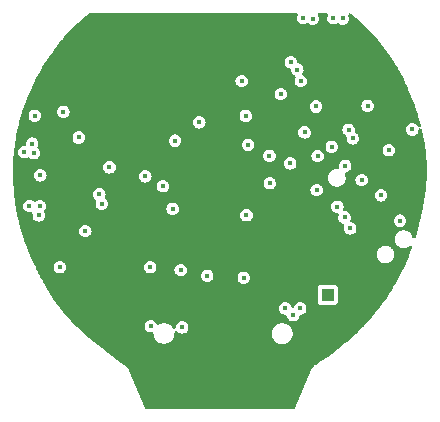
<source format=gbr>
%TF.GenerationSoftware,KiCad,Pcbnew,8.0.3*%
%TF.CreationDate,2024-08-05T21:53:05-05:00*%
%TF.ProjectId,GeckoSmartWatch_V4_1,4765636b-6f53-46d6-9172-745761746368,rev?*%
%TF.SameCoordinates,Original*%
%TF.FileFunction,Copper,L2,Inr*%
%TF.FilePolarity,Positive*%
%FSLAX46Y46*%
G04 Gerber Fmt 4.6, Leading zero omitted, Abs format (unit mm)*
G04 Created by KiCad (PCBNEW 8.0.3) date 2024-08-05 21:53:05*
%MOMM*%
%LPD*%
G01*
G04 APERTURE LIST*
%TA.AperFunction,ComponentPad*%
%ADD10C,1.100000*%
%TD*%
%TA.AperFunction,ComponentPad*%
%ADD11R,1.100000X1.100000*%
%TD*%
%TA.AperFunction,ViaPad*%
%ADD12C,0.450000*%
%TD*%
G04 APERTURE END LIST*
D10*
%TO.N,GND*%
%TO.C,U7*%
X155140000Y-110358000D03*
D11*
%TO.N,Net-(D2-A)*%
X152600000Y-110358000D03*
%TD*%
D12*
%TO.N,GND*%
X156825000Y-93600000D03*
X134900000Y-94925000D03*
X133525000Y-97675000D03*
X141075000Y-87200000D03*
X145865883Y-87090883D03*
%TO.N,+3V0*%
X133275000Y-101850000D03*
X145325000Y-92250000D03*
X154075000Y-99425000D03*
X159750000Y-96350000D03*
X147700000Y-100900000D03*
X129925000Y-108000000D03*
X148637500Y-93350000D03*
X132075000Y-104950000D03*
X145675000Y-95200000D03*
X150639247Y-96595000D03*
X133475000Y-102625000D03*
X137625000Y-113000000D03*
X137575000Y-108000000D03*
X151608147Y-94400000D03*
X139475000Y-103075000D03*
X151742500Y-98592500D03*
X145725000Y-103600000D03*
X139675000Y-97300000D03*
X145500000Y-108900000D03*
X147672106Y-98575001D03*
%TO.N,GND*%
X130550000Y-107450000D03*
X150675000Y-98450000D03*
X138750000Y-104525000D03*
X141625000Y-101575000D03*
X146525000Y-103550000D03*
X145350000Y-90900000D03*
X144150000Y-108850000D03*
X143650000Y-95275000D03*
X144165000Y-101575000D03*
X149975000Y-100875000D03*
X129325000Y-94600000D03*
X140900000Y-107575000D03*
X144425000Y-93225000D03*
X144636052Y-89700701D03*
X148475000Y-96050000D03*
X151375000Y-106425000D03*
X152150000Y-89825000D03*
X136700000Y-109100000D03*
X140125000Y-93775000D03*
X130500000Y-99125000D03*
X144925587Y-87199413D03*
X126770000Y-101025000D03*
X156725000Y-89400000D03*
X149900000Y-95200000D03*
X136250000Y-100250000D03*
X136900000Y-107550000D03*
X126770000Y-99825000D03*
X138650000Y-112350000D03*
X132025000Y-100625000D03*
X156350000Y-101300000D03*
X137950000Y-96850000D03*
X144165000Y-99035000D03*
X146655000Y-95255000D03*
X141625000Y-99035000D03*
%TO.N,/Power/VSYS*%
X134125000Y-99550000D03*
X131525000Y-97025000D03*
X128267702Y-100225000D03*
%TO.N,Net-(SW1-B)*%
X130225000Y-94850000D03*
X150525000Y-86925000D03*
X153875000Y-86950000D03*
X127575000Y-97550000D03*
X151325000Y-86975000D03*
X153075000Y-86925000D03*
X126900000Y-98275000D03*
X127713000Y-98350000D03*
%TO.N,VBUS*%
X128150000Y-103625000D03*
X128225000Y-102825000D03*
X149000000Y-111500000D03*
X150275000Y-111500000D03*
X127350000Y-102825000D03*
X149675000Y-112075000D03*
%TO.N,Net-(D1-A)*%
X157775000Y-98100000D03*
%TO.N,SCL*%
X150025000Y-91275000D03*
%TO.N,FUEL_ALERT*%
X149475000Y-90650000D03*
%TO.N,SDA*%
X152950000Y-97800000D03*
X150325000Y-92250000D03*
X149425000Y-99225000D03*
X154375000Y-96375000D03*
%TO.N,USB_RTS*%
X158725000Y-104075000D03*
%TO.N,SWDIO*%
X155483659Y-100625000D03*
%TO.N,SWDCLK*%
X157116339Y-101925000D03*
%TO.N,USB_CTS*%
X154025000Y-103800000D03*
%TO.N,USB_RX*%
X154500000Y-104725000D03*
%TO.N,USB_TX*%
X153425000Y-102875000D03*
%TO.N,SWO*%
X145850000Y-97650000D03*
%TO.N,~{RESET}*%
X151675000Y-101475000D03*
%TO.N,BUZZER*%
X155978203Y-94346797D03*
X154725000Y-97100000D03*
%TO.N,LCD_CS*%
X142394576Y-108725000D03*
X140150000Y-108250000D03*
%TO.N,Net-(U6-NTC)*%
X127800000Y-95175000D03*
%TO.N,LCD_RESET*%
X138650000Y-101150000D03*
X140275000Y-113100000D03*
%TO.N,Net-(U1-DEC4)*%
X141731232Y-95743768D03*
X137158946Y-100316054D03*
%TD*%
%TA.AperFunction,Conductor*%
%TO.N,GND*%
G36*
X149994104Y-86494962D02*
G01*
X150048642Y-86549500D01*
X150068604Y-86624000D01*
X150057263Y-86681017D01*
X150037079Y-86729747D01*
X150013025Y-86787819D01*
X149994965Y-86924998D01*
X149994965Y-86925002D01*
X150013024Y-87062176D01*
X150013025Y-87062179D01*
X150013026Y-87062183D01*
X150065976Y-87190018D01*
X150065977Y-87190020D01*
X150065978Y-87190021D01*
X150150207Y-87299789D01*
X150150210Y-87299792D01*
X150248286Y-87375049D01*
X150259982Y-87384024D01*
X150387817Y-87436974D01*
X150387822Y-87436974D01*
X150387823Y-87436975D01*
X150524997Y-87455035D01*
X150525000Y-87455035D01*
X150525003Y-87455035D01*
X150662176Y-87436975D01*
X150662176Y-87436974D01*
X150662183Y-87436974D01*
X150790018Y-87384024D01*
X150801709Y-87375052D01*
X150872962Y-87345534D01*
X150949431Y-87355597D01*
X150983123Y-87375047D01*
X151059982Y-87434024D01*
X151187817Y-87486974D01*
X151187822Y-87486974D01*
X151187823Y-87486975D01*
X151324997Y-87505035D01*
X151325000Y-87505035D01*
X151325003Y-87505035D01*
X151462176Y-87486975D01*
X151462176Y-87486974D01*
X151462183Y-87486974D01*
X151590018Y-87434024D01*
X151699791Y-87349791D01*
X151784024Y-87240018D01*
X151836974Y-87112183D01*
X151840213Y-87087582D01*
X151855035Y-86975002D01*
X151855035Y-86974998D01*
X151843900Y-86890427D01*
X151836974Y-86837817D01*
X151809782Y-86772168D01*
X151784023Y-86709980D01*
X151779140Y-86701522D01*
X151781598Y-86700102D01*
X151758132Y-86643443D01*
X151768202Y-86566975D01*
X151815157Y-86505787D01*
X151886415Y-86476274D01*
X151905858Y-86475000D01*
X152469604Y-86475000D01*
X152544104Y-86494962D01*
X152598642Y-86549500D01*
X152618604Y-86624000D01*
X152607263Y-86681017D01*
X152587079Y-86729747D01*
X152563025Y-86787819D01*
X152544965Y-86924998D01*
X152544965Y-86925002D01*
X152563024Y-87062176D01*
X152563025Y-87062179D01*
X152563026Y-87062183D01*
X152615976Y-87190018D01*
X152615977Y-87190020D01*
X152615978Y-87190021D01*
X152700207Y-87299789D01*
X152700210Y-87299792D01*
X152798286Y-87375049D01*
X152809982Y-87384024D01*
X152937817Y-87436974D01*
X152937822Y-87436974D01*
X152937823Y-87436975D01*
X153074997Y-87455035D01*
X153075000Y-87455035D01*
X153075003Y-87455035D01*
X153212176Y-87436975D01*
X153212176Y-87436974D01*
X153212183Y-87436974D01*
X153340018Y-87384024D01*
X153368002Y-87362550D01*
X153439255Y-87333033D01*
X153515724Y-87343098D01*
X153549413Y-87362547D01*
X153609982Y-87409024D01*
X153737817Y-87461974D01*
X153737822Y-87461974D01*
X153737823Y-87461975D01*
X153874997Y-87480035D01*
X153875000Y-87480035D01*
X153875003Y-87480035D01*
X154012176Y-87461975D01*
X154012176Y-87461974D01*
X154012183Y-87461974D01*
X154140018Y-87409024D01*
X154249791Y-87324791D01*
X154334024Y-87215018D01*
X154386974Y-87087183D01*
X154387943Y-87079825D01*
X154405035Y-86950002D01*
X154405035Y-86949998D01*
X154396932Y-86888457D01*
X154386974Y-86812817D01*
X154352566Y-86729747D01*
X154344423Y-86710088D01*
X154334356Y-86633620D01*
X154363872Y-86562363D01*
X154425062Y-86515411D01*
X154501530Y-86505344D01*
X154572787Y-86534860D01*
X154577040Y-86538249D01*
X154615219Y-86569824D01*
X154616273Y-86570703D01*
X154855356Y-86772168D01*
X154857111Y-86773671D01*
X154899189Y-86810278D01*
X154899403Y-86810464D01*
X155038315Y-86932645D01*
X155055693Y-86947930D01*
X155056503Y-86948649D01*
X155211447Y-87087259D01*
X155212236Y-87087972D01*
X155447160Y-87301970D01*
X155448847Y-87303531D01*
X155471465Y-87324791D01*
X155489699Y-87341931D01*
X155490298Y-87342497D01*
X155642168Y-87486845D01*
X155643102Y-87487741D01*
X155793217Y-87632923D01*
X155794221Y-87633903D01*
X156021173Y-87857569D01*
X156022933Y-87859333D01*
X156061945Y-87899088D01*
X156062581Y-87899740D01*
X156208357Y-88050121D01*
X156209357Y-88051163D01*
X156353086Y-88202337D01*
X156354163Y-88203481D01*
X156570884Y-88436294D01*
X156572788Y-88438378D01*
X156609671Y-88479541D01*
X156610180Y-88480113D01*
X156749035Y-88637290D01*
X156750123Y-88638535D01*
X156886779Y-88796726D01*
X156887894Y-88798033D01*
X157093790Y-89042264D01*
X157095874Y-89044792D01*
X157149689Y-89111606D01*
X157150458Y-89112569D01*
X157272692Y-89266927D01*
X157273738Y-89268264D01*
X157394205Y-89424002D01*
X157395356Y-89425509D01*
X157410029Y-89444985D01*
X157538604Y-89615651D01*
X157591423Y-89685760D01*
X157593527Y-89688623D01*
X157618120Y-89722950D01*
X157644704Y-89760056D01*
X157645450Y-89761107D01*
X157762078Y-89926908D01*
X157763078Y-89928348D01*
X157871677Y-90086660D01*
X157878128Y-90096063D01*
X157879215Y-90097670D01*
X158066542Y-90378518D01*
X158068529Y-90381576D01*
X158125367Y-90471482D01*
X158126386Y-90473093D01*
X158127083Y-90474207D01*
X158132374Y-90482743D01*
X158238655Y-90654215D01*
X158239507Y-90655607D01*
X158341175Y-90823721D01*
X158342016Y-90825129D01*
X158521668Y-91130467D01*
X158523363Y-91133427D01*
X158546901Y-91175685D01*
X158587344Y-91248294D01*
X158587937Y-91249370D01*
X158686410Y-91429645D01*
X158687101Y-91430924D01*
X158784354Y-91613170D01*
X158785131Y-91614647D01*
X158956422Y-91944475D01*
X158957939Y-91947478D01*
X159034737Y-92103892D01*
X159035233Y-92104913D01*
X159082196Y-92202524D01*
X159120614Y-92282376D01*
X159121130Y-92283460D01*
X159177803Y-92403792D01*
X159205371Y-92462328D01*
X159206001Y-92463684D01*
X159367323Y-92815337D01*
X159368609Y-92818222D01*
X159440479Y-92984073D01*
X159440910Y-92985077D01*
X159520258Y-93172075D01*
X159520715Y-93173165D01*
X159598649Y-93360962D01*
X159599197Y-93362300D01*
X159747766Y-93730353D01*
X159748897Y-93733242D01*
X159814185Y-93905215D01*
X159814585Y-93906280D01*
X159883997Y-94093412D01*
X159886370Y-94099807D01*
X159886781Y-94100930D01*
X159956793Y-94294426D01*
X159957288Y-94295816D01*
X160089766Y-94673599D01*
X160090799Y-94676648D01*
X160148002Y-94851804D01*
X160148372Y-94852951D01*
X160210759Y-95049349D01*
X160211139Y-95050565D01*
X160214916Y-95062816D01*
X160267005Y-95231792D01*
X160271577Y-95246621D01*
X160272035Y-95248135D01*
X160361531Y-95549791D01*
X160385188Y-95629527D01*
X160386145Y-95632897D01*
X160433746Y-95808368D01*
X160434087Y-95809647D01*
X160473141Y-95958844D01*
X160472695Y-96035971D01*
X160433745Y-96102541D01*
X160366728Y-96140719D01*
X160289601Y-96140273D01*
X160223031Y-96101323D01*
X160210788Y-96087281D01*
X160176186Y-96042188D01*
X160124791Y-95975209D01*
X160124788Y-95975207D01*
X160124787Y-95975205D01*
X160015021Y-95890978D01*
X160015020Y-95890977D01*
X160015018Y-95890976D01*
X159887183Y-95838026D01*
X159887179Y-95838025D01*
X159887176Y-95838024D01*
X159750003Y-95819965D01*
X159749999Y-95819965D01*
X159612816Y-95838026D01*
X159612815Y-95838026D01*
X159484982Y-95890975D01*
X159375211Y-95975207D01*
X159375207Y-95975211D01*
X159290975Y-96084982D01*
X159238026Y-96212815D01*
X159238026Y-96212816D01*
X159219965Y-96349998D01*
X159219965Y-96350002D01*
X159238024Y-96487176D01*
X159238025Y-96487179D01*
X159238026Y-96487183D01*
X159290976Y-96615018D01*
X159290977Y-96615020D01*
X159290978Y-96615021D01*
X159375207Y-96724789D01*
X159375210Y-96724792D01*
X159444420Y-96777899D01*
X159484982Y-96809024D01*
X159612817Y-96861974D01*
X159612822Y-96861974D01*
X159612823Y-96861975D01*
X159749997Y-96880035D01*
X159750000Y-96880035D01*
X159750003Y-96880035D01*
X159887176Y-96861975D01*
X159887176Y-96861974D01*
X159887183Y-96861974D01*
X160015018Y-96809024D01*
X160124791Y-96724791D01*
X160209024Y-96615018D01*
X160261974Y-96487183D01*
X160265841Y-96457815D01*
X160270709Y-96420836D01*
X160277890Y-96366287D01*
X160307405Y-96295032D01*
X160368594Y-96248079D01*
X160445063Y-96238012D01*
X160516320Y-96267527D01*
X160563273Y-96328716D01*
X160570525Y-96351067D01*
X160626729Y-96585982D01*
X160627585Y-96589777D01*
X160664490Y-96764014D01*
X160664787Y-96765452D01*
X160704201Y-96961018D01*
X160704500Y-96962544D01*
X160741655Y-97157381D01*
X160742005Y-97159283D01*
X160809088Y-97537691D01*
X160809773Y-97541899D01*
X160835334Y-97714720D01*
X160835558Y-97716293D01*
X160862252Y-97911102D01*
X160862470Y-97912763D01*
X160886866Y-98107012D01*
X160887109Y-98109066D01*
X160929215Y-98486659D01*
X160929646Y-98491135D01*
X160943648Y-98663895D01*
X160943772Y-98665533D01*
X160957441Y-98860911D01*
X160957551Y-98862630D01*
X160968925Y-99057540D01*
X160969033Y-99059646D01*
X160985815Y-99439651D01*
X160985946Y-99444160D01*
X160988367Y-99618842D01*
X160988380Y-99620455D01*
X160988979Y-99817961D01*
X160988975Y-99819642D01*
X160987345Y-100017311D01*
X160987314Y-100019355D01*
X160978836Y-100405176D01*
X160978679Y-100409481D01*
X160969607Y-100587617D01*
X160969522Y-100589133D01*
X160957201Y-100790625D01*
X160957097Y-100792193D01*
X160942618Y-100994021D01*
X160942470Y-100995920D01*
X160909111Y-101390218D01*
X160908722Y-101394179D01*
X160888335Y-101576897D01*
X160888174Y-101578283D01*
X160863203Y-101784549D01*
X160863023Y-101785978D01*
X160836004Y-101992407D01*
X160835767Y-101994140D01*
X160778161Y-102397411D01*
X160777600Y-102401022D01*
X160746188Y-102588037D01*
X160745969Y-102589308D01*
X160708731Y-102799839D01*
X160708492Y-102801153D01*
X160669348Y-103011454D01*
X160669042Y-103013048D01*
X160587927Y-103423898D01*
X160587326Y-103426794D01*
X160579886Y-103460901D01*
X160579735Y-103461583D01*
X160536521Y-103655322D01*
X160536264Y-103656455D01*
X160491488Y-103850078D01*
X160491223Y-103851202D01*
X160445022Y-104044164D01*
X160444667Y-104045615D01*
X160341094Y-104459802D01*
X160340373Y-104462573D01*
X160331129Y-104496737D01*
X160330951Y-104497389D01*
X160277400Y-104691800D01*
X160277093Y-104692898D01*
X160222176Y-104886468D01*
X160221861Y-104887561D01*
X160165610Y-105080221D01*
X160165188Y-105081642D01*
X160055106Y-105445189D01*
X160014410Y-105510707D01*
X159946407Y-105547099D01*
X159869319Y-105544614D01*
X159803801Y-105503918D01*
X159767409Y-105435915D01*
X159766363Y-105431074D01*
X159761297Y-105405605D01*
X159761296Y-105405602D01*
X159761296Y-105405601D01*
X159725643Y-105319530D01*
X159704761Y-105269114D01*
X159704756Y-105269104D01*
X159655378Y-105195205D01*
X159622681Y-105146271D01*
X159518215Y-105041805D01*
X159493580Y-105025344D01*
X159395381Y-104959729D01*
X159395371Y-104959724D01*
X159258885Y-104903190D01*
X159258883Y-104903189D01*
X159113987Y-104874368D01*
X158966249Y-104874368D01*
X158821352Y-104903189D01*
X158821350Y-104903190D01*
X158684864Y-104959724D01*
X158684854Y-104959729D01*
X158562022Y-105041804D01*
X158562017Y-105041808D01*
X158457558Y-105146267D01*
X158457554Y-105146272D01*
X158375479Y-105269104D01*
X158375474Y-105269114D01*
X158318940Y-105405600D01*
X158318939Y-105405602D01*
X158290118Y-105550498D01*
X158290118Y-105698237D01*
X158318939Y-105843133D01*
X158318940Y-105843135D01*
X158375474Y-105979621D01*
X158375479Y-105979631D01*
X158414130Y-106037475D01*
X158457555Y-106102465D01*
X158562021Y-106206931D01*
X158610955Y-106239628D01*
X158684854Y-106289006D01*
X158684864Y-106289011D01*
X158695067Y-106293237D01*
X158821351Y-106345546D01*
X158966249Y-106374368D01*
X159113987Y-106374368D01*
X159258885Y-106345546D01*
X159395376Y-106289009D01*
X159511157Y-106211646D01*
X159584191Y-106186854D01*
X159659837Y-106201901D01*
X159717825Y-106252754D01*
X159742618Y-106325789D01*
X159734231Y-106385721D01*
X159688344Y-106513996D01*
X159687327Y-106516753D01*
X159674801Y-106549705D01*
X159674543Y-106550377D01*
X159601988Y-106738506D01*
X159601552Y-106739625D01*
X159527903Y-106926101D01*
X159527455Y-106927221D01*
X159452655Y-107112211D01*
X159452055Y-107113673D01*
X159287882Y-107507620D01*
X159286668Y-107510450D01*
X159272664Y-107542190D01*
X159272361Y-107542872D01*
X159191101Y-107724578D01*
X159190583Y-107725723D01*
X159108259Y-107905719D01*
X159107731Y-107906862D01*
X159024315Y-108085245D01*
X159023607Y-108086738D01*
X158841538Y-108465096D01*
X158839879Y-108468436D01*
X158752449Y-108639059D01*
X158751822Y-108640267D01*
X158652375Y-108830049D01*
X158651703Y-108831317D01*
X158550962Y-109019146D01*
X158550116Y-109020702D01*
X158350528Y-109382440D01*
X158348634Y-109385770D01*
X158253373Y-109548394D01*
X158252703Y-109549526D01*
X158248953Y-109555794D01*
X158144337Y-109730626D01*
X158143581Y-109731874D01*
X158033987Y-109911020D01*
X158033040Y-109912547D01*
X157816514Y-110257083D01*
X157814414Y-110260331D01*
X157711486Y-110415045D01*
X157710711Y-110416198D01*
X157593682Y-110588601D01*
X157592858Y-110589803D01*
X157474685Y-110760278D01*
X157473656Y-110761743D01*
X157240402Y-111089748D01*
X157238156Y-111092821D01*
X157204701Y-111137398D01*
X157127672Y-111240032D01*
X157126847Y-111241120D01*
X157001312Y-111405229D01*
X157000440Y-111406359D01*
X156873661Y-111568845D01*
X156872576Y-111570219D01*
X156622888Y-111882591D01*
X156620530Y-111885467D01*
X156502448Y-112025861D01*
X156501592Y-112026869D01*
X156367546Y-112183401D01*
X156366643Y-112184445D01*
X156231588Y-112339230D01*
X156230471Y-112340496D01*
X155964395Y-112638556D01*
X155961979Y-112641198D01*
X155836285Y-112775369D01*
X155835409Y-112776295D01*
X155693023Y-112925701D01*
X155692105Y-112926657D01*
X155657027Y-112962815D01*
X155550058Y-113073077D01*
X155548742Y-113074433D01*
X155547605Y-113075592D01*
X155265361Y-113360253D01*
X155262912Y-113362667D01*
X155194121Y-113428917D01*
X155130210Y-113490467D01*
X155129816Y-113490846D01*
X155128930Y-113491692D01*
X154978159Y-113634522D01*
X154977227Y-113635397D01*
X154825574Y-113776613D01*
X154824427Y-113777670D01*
X154526195Y-114049606D01*
X154523724Y-114051809D01*
X154383167Y-114174366D01*
X154382274Y-114175139D01*
X154223275Y-114311572D01*
X154222338Y-114312369D01*
X154062541Y-114447212D01*
X154061386Y-114448177D01*
X153747249Y-114707875D01*
X153744768Y-114709881D01*
X153596663Y-114827072D01*
X153595766Y-114827777D01*
X153459990Y-114933532D01*
X153428903Y-114957745D01*
X153427960Y-114958473D01*
X153259711Y-115087374D01*
X153258554Y-115088251D01*
X152928777Y-115335841D01*
X152926291Y-115337668D01*
X152770680Y-115449535D01*
X152769780Y-115450177D01*
X152594701Y-115574079D01*
X152593758Y-115574741D01*
X152417583Y-115697387D01*
X152416426Y-115698184D01*
X152070343Y-115934298D01*
X152068199Y-115935734D01*
X152038596Y-115955188D01*
X152038207Y-115955442D01*
X152003178Y-115978257D01*
X151872228Y-116063543D01*
X151871373Y-116064096D01*
X151704420Y-116171212D01*
X151703565Y-116171756D01*
X151574096Y-116253585D01*
X151546414Y-116267293D01*
X151545722Y-116267550D01*
X151527170Y-116282248D01*
X151514256Y-116291406D01*
X151501037Y-116299761D01*
X151497902Y-116303158D01*
X151480929Y-116318894D01*
X151448291Y-116344745D01*
X151448290Y-116344745D01*
X151338427Y-116451849D01*
X151338424Y-116451852D01*
X151240113Y-116569653D01*
X151240109Y-116569659D01*
X151205408Y-116621192D01*
X151199737Y-116629050D01*
X151184498Y-116648778D01*
X151179589Y-116657218D01*
X151179454Y-116657139D01*
X151172475Y-116670087D01*
X151170674Y-116672760D01*
X151170669Y-116672770D01*
X151164837Y-116693157D01*
X151159058Y-116709634D01*
X149805276Y-119948314D01*
X149758126Y-120009352D01*
X149686774Y-120038637D01*
X149667803Y-120039850D01*
X137250990Y-120039850D01*
X137176490Y-120019888D01*
X137121952Y-119965350D01*
X137113517Y-119948314D01*
X135860276Y-116950166D01*
X135759713Y-116709588D01*
X135753937Y-116693119D01*
X135748117Y-116672779D01*
X135746362Y-116670175D01*
X135739374Y-116657210D01*
X135739235Y-116657291D01*
X135734324Y-116648847D01*
X135719188Y-116629253D01*
X135713527Y-116621409D01*
X135678685Y-116569670D01*
X135638335Y-116521321D01*
X135580379Y-116451875D01*
X135470528Y-116344768D01*
X135447527Y-116326548D01*
X135437732Y-116316953D01*
X135437342Y-116317374D01*
X135430190Y-116310720D01*
X135407423Y-116294522D01*
X135401255Y-116289888D01*
X135373098Y-116267573D01*
X135362883Y-116261817D01*
X135363352Y-116260983D01*
X135349635Y-116253409D01*
X135218202Y-116159900D01*
X135119034Y-116088894D01*
X135041616Y-116033461D01*
X135041243Y-116033193D01*
X134865890Y-115906818D01*
X134865897Y-115906807D01*
X134865673Y-115906662D01*
X134832993Y-115883016D01*
X134832127Y-115882384D01*
X134778682Y-115843051D01*
X134474142Y-115618923D01*
X134473678Y-115618580D01*
X134309302Y-115496490D01*
X134308890Y-115496183D01*
X134271046Y-115467871D01*
X134146312Y-115374555D01*
X133985590Y-115253424D01*
X133955305Y-115230496D01*
X133954260Y-115229697D01*
X133627131Y-114977193D01*
X133626509Y-114976710D01*
X133461550Y-114847984D01*
X133461031Y-114847577D01*
X133298267Y-114719401D01*
X133297985Y-114719178D01*
X133153947Y-114604731D01*
X133152501Y-114603566D01*
X132856180Y-114361953D01*
X132855438Y-114361345D01*
X132692286Y-114226557D01*
X132691633Y-114226014D01*
X132531637Y-114092292D01*
X132531080Y-114091824D01*
X132428154Y-114004943D01*
X132426524Y-114003547D01*
X132159651Y-113771612D01*
X132158768Y-113770838D01*
X132000268Y-113630881D01*
X131999454Y-113630157D01*
X131844180Y-113491015D01*
X131843572Y-113490467D01*
X131775641Y-113428917D01*
X131773845Y-113427263D01*
X131540107Y-113208400D01*
X131535225Y-113203829D01*
X131534199Y-113202859D01*
X131519211Y-113188553D01*
X131399655Y-113074433D01*
X131381905Y-113057490D01*
X131380913Y-113056534D01*
X131322770Y-112999998D01*
X137094965Y-112999998D01*
X137094965Y-113000002D01*
X137113024Y-113137176D01*
X137113025Y-113137179D01*
X137113026Y-113137183D01*
X137165976Y-113265018D01*
X137165977Y-113265020D01*
X137165978Y-113265021D01*
X137247354Y-113371071D01*
X137250209Y-113374791D01*
X137359982Y-113459024D01*
X137487817Y-113511974D01*
X137487822Y-113511974D01*
X137487823Y-113511975D01*
X137624997Y-113530035D01*
X137625000Y-113530035D01*
X137625001Y-113530035D01*
X137696627Y-113520605D01*
X137773095Y-113530672D01*
X137834285Y-113577624D01*
X137863801Y-113648881D01*
X137865076Y-113668330D01*
X137865076Y-113710096D01*
X137891543Y-113843161D01*
X137898874Y-113880014D01*
X137917895Y-113925935D01*
X137965170Y-114040068D01*
X137965175Y-114040078D01*
X138008747Y-114105287D01*
X138061423Y-114184122D01*
X138183927Y-114306626D01*
X138241311Y-114344968D01*
X138327970Y-114402873D01*
X138327980Y-114402878D01*
X138331662Y-114404403D01*
X138488035Y-114469175D01*
X138657953Y-114502973D01*
X138831199Y-114502973D01*
X139001117Y-114469175D01*
X139161176Y-114402876D01*
X139161178Y-114402874D01*
X139161181Y-114402873D01*
X139190455Y-114383311D01*
X139305225Y-114306626D01*
X139427729Y-114184122D01*
X139504414Y-114069352D01*
X139523976Y-114040078D01*
X139523977Y-114040075D01*
X139523979Y-114040073D01*
X139590278Y-113880014D01*
X139624076Y-113710096D01*
X139624076Y-113553867D01*
X139644038Y-113479367D01*
X139698576Y-113424829D01*
X139773076Y-113404867D01*
X139847576Y-113424829D01*
X139891286Y-113463163D01*
X139900206Y-113474788D01*
X139900210Y-113474792D01*
X139922234Y-113491692D01*
X140009982Y-113559024D01*
X140137817Y-113611974D01*
X140137822Y-113611974D01*
X140137823Y-113611975D01*
X140274997Y-113630035D01*
X140275000Y-113630035D01*
X140275003Y-113630035D01*
X140412176Y-113611975D01*
X140412176Y-113611974D01*
X140412183Y-113611974D01*
X140540018Y-113559024D01*
X140566927Y-113538376D01*
X147870500Y-113538376D01*
X147870500Y-113711623D01*
X147903993Y-113880011D01*
X147904298Y-113881541D01*
X147916349Y-113910634D01*
X147970594Y-114041595D01*
X147970599Y-114041605D01*
X148013487Y-114105790D01*
X148066847Y-114185649D01*
X148189351Y-114308153D01*
X148246735Y-114346495D01*
X148333394Y-114404400D01*
X148333404Y-114404405D01*
X148374293Y-114421341D01*
X148493459Y-114470702D01*
X148663377Y-114504500D01*
X148836623Y-114504500D01*
X149006541Y-114470702D01*
X149166600Y-114404403D01*
X149166602Y-114404401D01*
X149166605Y-114404400D01*
X149230131Y-114361953D01*
X149310649Y-114308153D01*
X149433153Y-114185649D01*
X149524054Y-114049606D01*
X149529400Y-114041605D01*
X149529401Y-114041602D01*
X149529403Y-114041600D01*
X149595702Y-113881541D01*
X149629500Y-113711623D01*
X149629500Y-113538377D01*
X149627967Y-113530672D01*
X149613715Y-113459021D01*
X149595702Y-113368459D01*
X149541325Y-113237183D01*
X149529405Y-113208404D01*
X149529400Y-113208394D01*
X149456086Y-113098673D01*
X149433153Y-113064351D01*
X149310649Y-112941847D01*
X149264359Y-112910917D01*
X149166605Y-112845599D01*
X149166595Y-112845594D01*
X149055900Y-112799743D01*
X149006541Y-112779298D01*
X149006539Y-112779297D01*
X149006538Y-112779297D01*
X148836623Y-112745500D01*
X148663377Y-112745500D01*
X148493461Y-112779297D01*
X148493459Y-112779298D01*
X148333404Y-112845594D01*
X148333394Y-112845599D01*
X148189352Y-112941846D01*
X148189347Y-112941850D01*
X148066850Y-113064347D01*
X148066846Y-113064352D01*
X147970599Y-113208394D01*
X147970594Y-113208404D01*
X147904298Y-113368459D01*
X147904297Y-113368461D01*
X147870500Y-113538376D01*
X140566927Y-113538376D01*
X140649791Y-113474791D01*
X140734024Y-113365018D01*
X140786974Y-113237183D01*
X140789609Y-113217170D01*
X140805035Y-113100002D01*
X140805035Y-113099998D01*
X140797865Y-113045538D01*
X140786974Y-112962817D01*
X140749731Y-112872904D01*
X140734024Y-112834982D01*
X140688991Y-112776295D01*
X140649791Y-112725209D01*
X140649788Y-112725207D01*
X140649787Y-112725205D01*
X140540021Y-112640978D01*
X140540020Y-112640977D01*
X140540018Y-112640976D01*
X140412183Y-112588026D01*
X140412179Y-112588025D01*
X140412176Y-112588024D01*
X140275003Y-112569965D01*
X140274999Y-112569965D01*
X140137816Y-112588026D01*
X140137815Y-112588026D01*
X140009982Y-112640975D01*
X139900211Y-112725207D01*
X139900207Y-112725211D01*
X139815975Y-112834982D01*
X139763026Y-112962815D01*
X139763026Y-112962816D01*
X139748509Y-113073077D01*
X139718993Y-113144334D01*
X139657802Y-113191286D01*
X139581334Y-113201352D01*
X139510077Y-113171836D01*
X139476895Y-113136407D01*
X139452569Y-113100000D01*
X139427729Y-113062824D01*
X139305225Y-112940320D01*
X139262169Y-112911551D01*
X139161181Y-112844072D01*
X139161171Y-112844067D01*
X139044360Y-112795683D01*
X139001117Y-112777771D01*
X139001115Y-112777770D01*
X139001114Y-112777770D01*
X138831199Y-112743973D01*
X138657953Y-112743973D01*
X138488037Y-112777770D01*
X138488035Y-112777771D01*
X138327980Y-112844067D01*
X138327963Y-112844076D01*
X138323247Y-112847228D01*
X138250210Y-112872016D01*
X138174565Y-112856964D01*
X138116581Y-112806106D01*
X138102817Y-112780353D01*
X138084024Y-112734982D01*
X138021658Y-112653707D01*
X137999791Y-112625209D01*
X137999788Y-112625207D01*
X137999787Y-112625205D01*
X137890021Y-112540978D01*
X137890020Y-112540977D01*
X137890018Y-112540976D01*
X137762183Y-112488026D01*
X137762179Y-112488025D01*
X137762176Y-112488024D01*
X137625003Y-112469965D01*
X137624999Y-112469965D01*
X137487816Y-112488026D01*
X137487815Y-112488026D01*
X137359982Y-112540975D01*
X137250211Y-112625207D01*
X137250207Y-112625211D01*
X137165975Y-112734982D01*
X137113026Y-112862815D01*
X137113026Y-112862816D01*
X137094965Y-112999998D01*
X131322770Y-112999998D01*
X131231808Y-112911551D01*
X131231160Y-112910917D01*
X131214943Y-112894955D01*
X131192503Y-112872868D01*
X131190644Y-112871005D01*
X130977806Y-112653695D01*
X130976678Y-112652530D01*
X130964572Y-112639895D01*
X130863137Y-112534024D01*
X130840989Y-112510907D01*
X130839948Y-112509809D01*
X130697128Y-112357447D01*
X130696796Y-112357091D01*
X130672127Y-112330407D01*
X130670146Y-112328219D01*
X130479699Y-112113768D01*
X130478505Y-112112407D01*
X130404421Y-112026869D01*
X130348088Y-111961827D01*
X130346938Y-111960482D01*
X130218718Y-111808736D01*
X130218050Y-111807941D01*
X130215657Y-111805069D01*
X130204799Y-111792035D01*
X130202887Y-111789691D01*
X130029966Y-111573322D01*
X130028768Y-111571804D01*
X130015794Y-111555131D01*
X129972893Y-111499998D01*
X148469965Y-111499998D01*
X148469965Y-111500002D01*
X148488024Y-111637176D01*
X148488025Y-111637179D01*
X148488026Y-111637183D01*
X148540976Y-111765018D01*
X148540977Y-111765020D01*
X148540978Y-111765021D01*
X148574231Y-111808357D01*
X148625209Y-111874791D01*
X148734982Y-111959024D01*
X148862817Y-112011974D01*
X148862822Y-112011974D01*
X148862823Y-112011975D01*
X148999997Y-112030035D01*
X149008376Y-112030035D01*
X149082876Y-112049997D01*
X149137414Y-112104535D01*
X149156101Y-112159587D01*
X149163024Y-112212176D01*
X149163025Y-112212179D01*
X149163026Y-112212183D01*
X149215976Y-112340018D01*
X149215977Y-112340020D01*
X149215978Y-112340021D01*
X149300207Y-112449789D01*
X149300210Y-112449792D01*
X149350034Y-112488024D01*
X149409982Y-112534024D01*
X149537817Y-112586974D01*
X149537822Y-112586974D01*
X149537823Y-112586975D01*
X149674997Y-112605035D01*
X149675000Y-112605035D01*
X149675003Y-112605035D01*
X149812176Y-112586975D01*
X149812176Y-112586974D01*
X149812183Y-112586974D01*
X149940018Y-112534024D01*
X150049791Y-112449791D01*
X150134024Y-112340018D01*
X150186974Y-112212183D01*
X150186975Y-112212176D01*
X150194902Y-112151969D01*
X150224417Y-112080712D01*
X150285607Y-112033759D01*
X150323179Y-112023692D01*
X150412176Y-112011975D01*
X150412176Y-112011974D01*
X150412183Y-112011974D01*
X150540018Y-111959024D01*
X150649791Y-111874791D01*
X150734024Y-111765018D01*
X150786974Y-111637183D01*
X150787669Y-111631904D01*
X150805035Y-111500002D01*
X150805035Y-111499998D01*
X150797912Y-111445898D01*
X150786974Y-111362817D01*
X150737555Y-111243507D01*
X150734024Y-111234982D01*
X150676645Y-111160206D01*
X150649791Y-111125209D01*
X150649788Y-111125207D01*
X150649787Y-111125205D01*
X150540021Y-111040978D01*
X150540020Y-111040977D01*
X150540018Y-111040976D01*
X150412183Y-110988026D01*
X150412179Y-110988025D01*
X150412176Y-110988024D01*
X150275003Y-110969965D01*
X150274999Y-110969965D01*
X150137816Y-110988026D01*
X150137815Y-110988026D01*
X150009982Y-111040975D01*
X149900211Y-111125207D01*
X149900207Y-111125211D01*
X149815975Y-111234982D01*
X149775158Y-111333527D01*
X149728206Y-111394717D01*
X149656949Y-111424233D01*
X149580481Y-111414166D01*
X149519291Y-111367214D01*
X149499842Y-111333527D01*
X149459024Y-111234982D01*
X149401645Y-111160206D01*
X149374791Y-111125209D01*
X149374788Y-111125207D01*
X149374787Y-111125205D01*
X149265021Y-111040978D01*
X149265020Y-111040977D01*
X149265018Y-111040976D01*
X149137183Y-110988026D01*
X149137179Y-110988025D01*
X149137176Y-110988024D01*
X149000003Y-110969965D01*
X148999999Y-110969965D01*
X148862816Y-110988026D01*
X148862815Y-110988026D01*
X148734982Y-111040975D01*
X148625211Y-111125207D01*
X148625207Y-111125211D01*
X148540975Y-111234982D01*
X148488026Y-111362815D01*
X148488026Y-111362816D01*
X148469965Y-111499998D01*
X129972893Y-111499998D01*
X129901772Y-111408600D01*
X129900639Y-111407122D01*
X129777823Y-111244995D01*
X129775606Y-111241992D01*
X129615553Y-111019335D01*
X129614512Y-111017868D01*
X129585338Y-110976231D01*
X129495680Y-110848272D01*
X129494706Y-110846863D01*
X129378808Y-110677212D01*
X129376973Y-110674462D01*
X129301208Y-110558095D01*
X129224113Y-110439685D01*
X129223321Y-110438455D01*
X129209149Y-110416198D01*
X129116313Y-110270405D01*
X129115656Y-110269363D01*
X129008831Y-110098027D01*
X129008544Y-110097564D01*
X128996355Y-110077781D01*
X128995337Y-110076101D01*
X128845598Y-109825098D01*
X128845138Y-109824319D01*
X128809338Y-109763135D01*
X151749500Y-109763135D01*
X151749500Y-109763136D01*
X151749500Y-109763140D01*
X151749500Y-110952866D01*
X151752414Y-110977989D01*
X151752415Y-110977992D01*
X151797793Y-111080764D01*
X151797794Y-111080765D01*
X151877235Y-111160206D01*
X151980009Y-111205585D01*
X152005135Y-111208500D01*
X153194864Y-111208499D01*
X153194866Y-111208499D01*
X153207427Y-111207042D01*
X153219991Y-111205585D01*
X153322765Y-111160206D01*
X153402206Y-111080765D01*
X153447585Y-110977991D01*
X153450500Y-110952865D01*
X153450499Y-109763136D01*
X153447585Y-109738009D01*
X153402206Y-109635235D01*
X153322765Y-109555794D01*
X153322764Y-109555793D01*
X153219994Y-109510416D01*
X153219991Y-109510415D01*
X153219982Y-109510414D01*
X153194865Y-109507500D01*
X153194859Y-109507500D01*
X152005133Y-109507500D01*
X151980010Y-109510414D01*
X151980007Y-109510415D01*
X151877235Y-109555793D01*
X151797793Y-109635235D01*
X151752416Y-109738005D01*
X151752415Y-109738008D01*
X151752415Y-109738009D01*
X151749500Y-109763135D01*
X128809338Y-109763135D01*
X128761404Y-109681214D01*
X128740484Y-109645461D01*
X128739890Y-109644436D01*
X128635355Y-109462477D01*
X128635029Y-109461907D01*
X128622741Y-109440298D01*
X128621847Y-109438704D01*
X128614880Y-109426094D01*
X128474660Y-109172316D01*
X128474187Y-109171451D01*
X128470692Y-109165018D01*
X128378296Y-108994939D01*
X128377864Y-108994138D01*
X128375661Y-108990018D01*
X128281831Y-108814577D01*
X128255825Y-108765464D01*
X128255011Y-108763905D01*
X128254451Y-108762817D01*
X128172236Y-108603017D01*
X128111403Y-108484778D01*
X128110945Y-108483880D01*
X128039956Y-108343575D01*
X128017522Y-108299235D01*
X128017215Y-108298624D01*
X127924036Y-108111542D01*
X127911071Y-108085245D01*
X127898746Y-108060246D01*
X127897963Y-108058635D01*
X127869925Y-108000000D01*
X127869924Y-107999998D01*
X129394965Y-107999998D01*
X129394965Y-108000002D01*
X129413024Y-108137176D01*
X129413025Y-108137179D01*
X129413026Y-108137183D01*
X129465976Y-108265018D01*
X129465977Y-108265020D01*
X129465978Y-108265021D01*
X129550207Y-108374789D01*
X129550210Y-108374792D01*
X129555964Y-108379207D01*
X129659982Y-108459024D01*
X129787817Y-108511974D01*
X129787822Y-108511974D01*
X129787823Y-108511975D01*
X129924997Y-108530035D01*
X129925000Y-108530035D01*
X129925003Y-108530035D01*
X130062176Y-108511975D01*
X130062176Y-108511974D01*
X130062183Y-108511974D01*
X130190018Y-108459024D01*
X130299791Y-108374791D01*
X130384024Y-108265018D01*
X130436974Y-108137183D01*
X130438716Y-108123953D01*
X130455035Y-108000002D01*
X130455035Y-107999998D01*
X137044965Y-107999998D01*
X137044965Y-108000002D01*
X137063024Y-108137176D01*
X137063025Y-108137179D01*
X137063026Y-108137183D01*
X137115976Y-108265018D01*
X137115977Y-108265020D01*
X137115978Y-108265021D01*
X137200207Y-108374789D01*
X137200210Y-108374792D01*
X137205964Y-108379207D01*
X137309982Y-108459024D01*
X137437817Y-108511974D01*
X137437822Y-108511974D01*
X137437823Y-108511975D01*
X137574997Y-108530035D01*
X137575000Y-108530035D01*
X137575003Y-108530035D01*
X137712176Y-108511975D01*
X137712176Y-108511974D01*
X137712183Y-108511974D01*
X137840018Y-108459024D01*
X137949791Y-108374791D01*
X138034024Y-108265018D01*
X138040245Y-108249998D01*
X139619965Y-108249998D01*
X139619965Y-108250002D01*
X139638024Y-108387176D01*
X139638025Y-108387179D01*
X139638026Y-108387183D01*
X139690976Y-108515018D01*
X139690977Y-108515020D01*
X139690978Y-108515021D01*
X139759052Y-108603736D01*
X139775209Y-108624791D01*
X139884982Y-108709024D01*
X140012817Y-108761974D01*
X140012822Y-108761974D01*
X140012823Y-108761975D01*
X140149997Y-108780035D01*
X140150000Y-108780035D01*
X140150003Y-108780035D01*
X140287176Y-108761975D01*
X140287176Y-108761974D01*
X140287183Y-108761974D01*
X140376453Y-108724998D01*
X141864541Y-108724998D01*
X141864541Y-108725002D01*
X141882600Y-108862176D01*
X141882601Y-108862179D01*
X141882602Y-108862183D01*
X141935552Y-108990018D01*
X141935553Y-108990020D01*
X141935554Y-108990021D01*
X142019783Y-109099789D01*
X142019786Y-109099792D01*
X142104789Y-109165018D01*
X142129558Y-109184024D01*
X142257393Y-109236974D01*
X142257398Y-109236974D01*
X142257399Y-109236975D01*
X142394573Y-109255035D01*
X142394576Y-109255035D01*
X142394579Y-109255035D01*
X142531752Y-109236975D01*
X142531752Y-109236974D01*
X142531759Y-109236974D01*
X142659594Y-109184024D01*
X142769367Y-109099791D01*
X142853600Y-108990018D01*
X142890887Y-108899998D01*
X144969965Y-108899998D01*
X144969965Y-108900002D01*
X144988024Y-109037176D01*
X144988025Y-109037179D01*
X144988026Y-109037183D01*
X145040976Y-109165018D01*
X145040977Y-109165020D01*
X145040978Y-109165021D01*
X145125207Y-109274789D01*
X145125210Y-109274792D01*
X145234978Y-109359021D01*
X145234982Y-109359024D01*
X145362817Y-109411974D01*
X145362822Y-109411974D01*
X145362823Y-109411975D01*
X145499997Y-109430035D01*
X145500000Y-109430035D01*
X145500003Y-109430035D01*
X145637176Y-109411975D01*
X145637176Y-109411974D01*
X145637183Y-109411974D01*
X145765018Y-109359024D01*
X145874791Y-109274791D01*
X145959024Y-109165018D01*
X146011974Y-109037183D01*
X146014349Y-109019146D01*
X146030035Y-108900002D01*
X146030035Y-108899998D01*
X146020912Y-108830705D01*
X146011974Y-108762817D01*
X145995136Y-108722166D01*
X145959024Y-108634982D01*
X145908031Y-108568528D01*
X145874791Y-108525209D01*
X145874788Y-108525207D01*
X145874787Y-108525205D01*
X145765021Y-108440978D01*
X145765020Y-108440977D01*
X145765018Y-108440976D01*
X145637183Y-108388026D01*
X145637179Y-108388025D01*
X145637176Y-108388024D01*
X145500003Y-108369965D01*
X145499999Y-108369965D01*
X145362816Y-108388026D01*
X145362815Y-108388026D01*
X145234982Y-108440975D01*
X145125211Y-108525207D01*
X145125207Y-108525211D01*
X145040975Y-108634982D01*
X144988026Y-108762815D01*
X144988026Y-108762816D01*
X144969965Y-108899998D01*
X142890887Y-108899998D01*
X142906550Y-108862183D01*
X142910781Y-108830049D01*
X142924611Y-108725002D01*
X142924611Y-108724998D01*
X142913455Y-108640267D01*
X142906550Y-108587817D01*
X142891039Y-108550371D01*
X142853600Y-108459982D01*
X142798385Y-108388026D01*
X142769367Y-108350209D01*
X142769364Y-108350207D01*
X142769363Y-108350205D01*
X142659597Y-108265978D01*
X142659596Y-108265977D01*
X142659594Y-108265976D01*
X142531759Y-108213026D01*
X142531755Y-108213025D01*
X142531752Y-108213024D01*
X142394579Y-108194965D01*
X142394575Y-108194965D01*
X142257392Y-108213026D01*
X142257391Y-108213026D01*
X142129558Y-108265975D01*
X142019787Y-108350207D01*
X142019783Y-108350211D01*
X141935551Y-108459982D01*
X141882602Y-108587815D01*
X141882602Y-108587816D01*
X141864541Y-108724998D01*
X140376453Y-108724998D01*
X140415018Y-108709024D01*
X140524791Y-108624791D01*
X140609024Y-108515018D01*
X140661974Y-108387183D01*
X140663605Y-108374792D01*
X140680035Y-108250002D01*
X140680035Y-108249998D01*
X140668007Y-108158643D01*
X140661974Y-108112817D01*
X140640199Y-108060246D01*
X140609024Y-107984982D01*
X140549079Y-107906862D01*
X140524791Y-107875209D01*
X140524788Y-107875207D01*
X140524787Y-107875205D01*
X140415021Y-107790978D01*
X140415020Y-107790977D01*
X140415018Y-107790976D01*
X140287183Y-107738026D01*
X140287179Y-107738025D01*
X140287176Y-107738024D01*
X140150003Y-107719965D01*
X140149999Y-107719965D01*
X140012816Y-107738026D01*
X140012815Y-107738026D01*
X139884982Y-107790975D01*
X139775211Y-107875207D01*
X139775207Y-107875211D01*
X139690975Y-107984982D01*
X139638026Y-108112815D01*
X139638026Y-108112816D01*
X139619965Y-108249998D01*
X138040245Y-108249998D01*
X138086974Y-108137183D01*
X138088716Y-108123953D01*
X138105035Y-108000002D01*
X138105035Y-107999998D01*
X138096717Y-107936820D01*
X138086974Y-107862817D01*
X138057217Y-107790976D01*
X138034024Y-107734982D01*
X137969125Y-107650406D01*
X137949791Y-107625209D01*
X137949788Y-107625207D01*
X137949787Y-107625205D01*
X137840021Y-107540978D01*
X137840020Y-107540977D01*
X137840018Y-107540976D01*
X137712183Y-107488026D01*
X137712179Y-107488025D01*
X137712176Y-107488024D01*
X137575003Y-107469965D01*
X137574999Y-107469965D01*
X137437816Y-107488026D01*
X137437815Y-107488026D01*
X137309982Y-107540975D01*
X137200211Y-107625207D01*
X137200207Y-107625211D01*
X137115975Y-107734982D01*
X137063026Y-107862815D01*
X137063026Y-107862816D01*
X137044965Y-107999998D01*
X130455035Y-107999998D01*
X130446717Y-107936820D01*
X130436974Y-107862817D01*
X130407217Y-107790976D01*
X130384024Y-107734982D01*
X130319125Y-107650406D01*
X130299791Y-107625209D01*
X130299788Y-107625207D01*
X130299787Y-107625205D01*
X130190021Y-107540978D01*
X130190020Y-107540977D01*
X130190018Y-107540976D01*
X130062183Y-107488026D01*
X130062179Y-107488025D01*
X130062176Y-107488024D01*
X129925003Y-107469965D01*
X129924999Y-107469965D01*
X129787816Y-107488026D01*
X129787815Y-107488026D01*
X129659982Y-107540975D01*
X129550211Y-107625207D01*
X129550207Y-107625211D01*
X129465975Y-107734982D01*
X129413026Y-107862815D01*
X129413026Y-107862816D01*
X129394965Y-107999998D01*
X127869924Y-107999998D01*
X127760164Y-107770456D01*
X127759865Y-107769825D01*
X127670606Y-107579710D01*
X127670330Y-107579116D01*
X127581928Y-107387511D01*
X127558214Y-107335522D01*
X127557408Y-107333724D01*
X127518662Y-107245709D01*
X127428666Y-107041271D01*
X127428243Y-107040301D01*
X127379049Y-106926101D01*
X127348576Y-106855358D01*
X156735047Y-106855358D01*
X156735047Y-107003097D01*
X156763868Y-107147993D01*
X156763869Y-107147995D01*
X156820403Y-107284481D01*
X156820408Y-107284491D01*
X156881823Y-107376404D01*
X156902484Y-107407325D01*
X157006950Y-107511791D01*
X157050627Y-107540975D01*
X157129783Y-107593866D01*
X157129793Y-107593871D01*
X157180209Y-107614753D01*
X157266280Y-107650406D01*
X157411178Y-107679228D01*
X157558916Y-107679228D01*
X157703814Y-107650406D01*
X157840305Y-107593869D01*
X157840307Y-107593867D01*
X157840310Y-107593866D01*
X157865274Y-107577185D01*
X157963144Y-107511791D01*
X158067610Y-107407325D01*
X158149688Y-107284486D01*
X158206225Y-107147995D01*
X158235047Y-107003097D01*
X158235047Y-106855359D01*
X158233675Y-106848464D01*
X158209816Y-106728514D01*
X158206225Y-106710461D01*
X158149688Y-106573970D01*
X158149685Y-106573964D01*
X158094071Y-106490733D01*
X158067610Y-106451131D01*
X157963144Y-106346665D01*
X157931901Y-106325789D01*
X157840310Y-106264589D01*
X157840300Y-106264584D01*
X157703814Y-106208050D01*
X157703812Y-106208049D01*
X157558916Y-106179228D01*
X157411178Y-106179228D01*
X157266281Y-106208049D01*
X157266279Y-106208050D01*
X157129793Y-106264584D01*
X157129783Y-106264589D01*
X157006951Y-106346664D01*
X157006946Y-106346668D01*
X156902487Y-106451127D01*
X156902483Y-106451132D01*
X156820408Y-106573964D01*
X156820403Y-106573974D01*
X156763869Y-106710460D01*
X156763868Y-106710462D01*
X156735047Y-106855358D01*
X127348576Y-106855358D01*
X127345584Y-106848412D01*
X127345165Y-106847428D01*
X127299424Y-106738997D01*
X127264049Y-106655137D01*
X127263766Y-106654462D01*
X127242188Y-106602600D01*
X127241365Y-106600577D01*
X127125002Y-106308407D01*
X127124536Y-106307222D01*
X127050356Y-106115882D01*
X127049978Y-106114894D01*
X126977587Y-105923214D01*
X126977383Y-105922671D01*
X126958490Y-105871763D01*
X126957623Y-105869361D01*
X126917273Y-105754524D01*
X126855960Y-105580028D01*
X126855475Y-105578625D01*
X126845920Y-105550499D01*
X126791203Y-105389429D01*
X126790744Y-105388053D01*
X126728498Y-105198674D01*
X126728199Y-105197754D01*
X126712242Y-105148121D01*
X126711392Y-105145388D01*
X126697693Y-105099792D01*
X126652690Y-104949998D01*
X131544965Y-104949998D01*
X131544965Y-104950002D01*
X131563024Y-105087176D01*
X131563025Y-105087179D01*
X131563026Y-105087183D01*
X131615976Y-105215018D01*
X131615977Y-105215020D01*
X131615978Y-105215021D01*
X131700207Y-105324789D01*
X131700210Y-105324792D01*
X131805520Y-105405600D01*
X131809982Y-105409024D01*
X131937817Y-105461974D01*
X131937822Y-105461974D01*
X131937823Y-105461975D01*
X132074997Y-105480035D01*
X132075000Y-105480035D01*
X132075003Y-105480035D01*
X132212176Y-105461975D01*
X132212176Y-105461974D01*
X132212183Y-105461974D01*
X132340018Y-105409024D01*
X132449791Y-105324791D01*
X132534024Y-105215018D01*
X132586974Y-105087183D01*
X132589985Y-105064312D01*
X132605035Y-104950002D01*
X132605035Y-104949998D01*
X132597295Y-104891213D01*
X132586974Y-104812817D01*
X132550600Y-104725002D01*
X132534024Y-104684982D01*
X132497451Y-104637321D01*
X132449791Y-104575209D01*
X132449788Y-104575207D01*
X132449787Y-104575205D01*
X132340021Y-104490978D01*
X132340020Y-104490977D01*
X132340018Y-104490976D01*
X132212183Y-104438026D01*
X132212179Y-104438025D01*
X132212176Y-104438024D01*
X132075003Y-104419965D01*
X132074999Y-104419965D01*
X131937816Y-104438026D01*
X131937815Y-104438026D01*
X131809982Y-104490975D01*
X131700211Y-104575207D01*
X131700207Y-104575211D01*
X131615975Y-104684982D01*
X131563026Y-104812815D01*
X131563026Y-104812816D01*
X131544965Y-104949998D01*
X126652690Y-104949998D01*
X126625412Y-104859201D01*
X126624921Y-104857531D01*
X126567159Y-104656788D01*
X126566776Y-104655424D01*
X126511208Y-104453666D01*
X126511048Y-104453078D01*
X126505126Y-104431013D01*
X126504450Y-104428395D01*
X126433773Y-104143263D01*
X126433368Y-104141589D01*
X126432283Y-104136975D01*
X126386246Y-103941282D01*
X126385881Y-103939685D01*
X126385464Y-103937817D01*
X126346284Y-103762183D01*
X126340968Y-103738352D01*
X126340757Y-103737395D01*
X126336012Y-103715446D01*
X126335446Y-103712704D01*
X126332990Y-103700209D01*
X126279087Y-103426019D01*
X126278845Y-103424745D01*
X126241542Y-103222750D01*
X126241274Y-103221251D01*
X126231129Y-103162709D01*
X126205998Y-103017687D01*
X126205890Y-103017048D01*
X126202131Y-102994524D01*
X126201724Y-102991950D01*
X126193660Y-102937817D01*
X126176855Y-102824998D01*
X126819965Y-102824998D01*
X126819965Y-102825002D01*
X126838024Y-102962176D01*
X126838025Y-102962179D01*
X126838026Y-102962183D01*
X126890976Y-103090018D01*
X126890977Y-103090020D01*
X126890978Y-103090021D01*
X126975207Y-103199789D01*
X126975210Y-103199792D01*
X127040914Y-103250209D01*
X127084982Y-103284024D01*
X127212817Y-103336974D01*
X127212822Y-103336974D01*
X127212823Y-103336975D01*
X127349997Y-103355035D01*
X127350000Y-103355035D01*
X127350001Y-103355035D01*
X127456770Y-103340978D01*
X127468376Y-103339450D01*
X127544844Y-103349517D01*
X127606034Y-103396469D01*
X127635550Y-103467726D01*
X127635550Y-103506624D01*
X127619965Y-103624998D01*
X127619965Y-103625002D01*
X127638024Y-103762176D01*
X127638025Y-103762179D01*
X127638026Y-103762183D01*
X127690976Y-103890018D01*
X127690977Y-103890020D01*
X127690978Y-103890021D01*
X127775207Y-103999789D01*
X127775210Y-103999792D01*
X127834029Y-104044926D01*
X127884982Y-104084024D01*
X128012817Y-104136974D01*
X128012822Y-104136974D01*
X128012823Y-104136975D01*
X128149997Y-104155035D01*
X128150000Y-104155035D01*
X128150003Y-104155035D01*
X128287176Y-104136975D01*
X128287176Y-104136974D01*
X128287183Y-104136974D01*
X128415018Y-104084024D01*
X128524791Y-103999791D01*
X128609024Y-103890018D01*
X128661974Y-103762183D01*
X128665186Y-103737788D01*
X128680035Y-103625002D01*
X128680035Y-103624998D01*
X128673465Y-103575099D01*
X128661974Y-103487817D01*
X128609024Y-103359983D01*
X128609023Y-103359980D01*
X128604140Y-103351522D01*
X128606562Y-103350123D01*
X128583033Y-103293321D01*
X128593099Y-103216852D01*
X128612550Y-103183163D01*
X128614759Y-103180285D01*
X128684024Y-103090018D01*
X128736974Y-102962183D01*
X128736975Y-102962176D01*
X128755035Y-102825002D01*
X128755035Y-102824998D01*
X128749916Y-102786116D01*
X128736974Y-102687817D01*
X128721463Y-102650371D01*
X128684024Y-102559982D01*
X128638159Y-102500211D01*
X128599791Y-102450209D01*
X128599788Y-102450207D01*
X128599787Y-102450205D01*
X128490021Y-102365978D01*
X128490020Y-102365977D01*
X128490018Y-102365976D01*
X128362183Y-102313026D01*
X128362179Y-102313025D01*
X128362176Y-102313024D01*
X128225003Y-102294965D01*
X128224999Y-102294965D01*
X128087816Y-102313026D01*
X128087815Y-102313026D01*
X127959982Y-102365975D01*
X127878205Y-102428726D01*
X127806948Y-102458241D01*
X127730480Y-102448174D01*
X127696794Y-102428725D01*
X127615021Y-102365978D01*
X127615020Y-102365977D01*
X127615018Y-102365976D01*
X127487183Y-102313026D01*
X127487179Y-102313025D01*
X127487176Y-102313024D01*
X127350003Y-102294965D01*
X127349999Y-102294965D01*
X127212816Y-102313026D01*
X127212815Y-102313026D01*
X127084982Y-102365975D01*
X126975211Y-102450207D01*
X126975207Y-102450211D01*
X126890975Y-102559982D01*
X126838026Y-102687815D01*
X126838026Y-102687816D01*
X126819965Y-102824998D01*
X126176855Y-102824998D01*
X126158458Y-102701495D01*
X126158236Y-102699944D01*
X126156561Y-102687817D01*
X126129935Y-102495087D01*
X126129773Y-102493877D01*
X126103297Y-102286804D01*
X126103249Y-102286419D01*
X126100384Y-102262956D01*
X126100130Y-102260723D01*
X126068814Y-101965106D01*
X126068669Y-101963671D01*
X126057739Y-101849998D01*
X132744965Y-101849998D01*
X132744965Y-101850002D01*
X132763024Y-101987176D01*
X132763025Y-101987179D01*
X132763026Y-101987183D01*
X132815976Y-102115018D01*
X132815977Y-102115020D01*
X132815978Y-102115021D01*
X132900207Y-102224789D01*
X132900210Y-102224792D01*
X132939843Y-102255204D01*
X132986795Y-102316394D01*
X132996862Y-102392862D01*
X132986797Y-102430427D01*
X132975277Y-102458241D01*
X132963025Y-102487819D01*
X132944965Y-102624998D01*
X132944965Y-102625002D01*
X132963024Y-102762176D01*
X132963025Y-102762179D01*
X132963026Y-102762183D01*
X133015976Y-102890018D01*
X133015977Y-102890020D01*
X133015978Y-102890021D01*
X133100207Y-102999789D01*
X133100210Y-102999792D01*
X133122698Y-103017048D01*
X133209982Y-103084024D01*
X133337817Y-103136974D01*
X133337822Y-103136974D01*
X133337823Y-103136975D01*
X133474997Y-103155035D01*
X133475000Y-103155035D01*
X133475003Y-103155035D01*
X133612176Y-103136975D01*
X133612176Y-103136974D01*
X133612183Y-103136974D01*
X133740018Y-103084024D01*
X133751781Y-103074998D01*
X138944965Y-103074998D01*
X138944965Y-103075002D01*
X138963024Y-103212176D01*
X138963025Y-103212179D01*
X138963026Y-103212183D01*
X139015976Y-103340018D01*
X139015977Y-103340020D01*
X139015978Y-103340021D01*
X139100207Y-103449789D01*
X139100210Y-103449792D01*
X139123582Y-103467726D01*
X139209982Y-103534024D01*
X139337817Y-103586974D01*
X139337822Y-103586974D01*
X139337823Y-103586975D01*
X139474997Y-103605035D01*
X139475000Y-103605035D01*
X139475003Y-103605035D01*
X139513261Y-103599998D01*
X145194965Y-103599998D01*
X145194965Y-103600002D01*
X145213024Y-103737176D01*
X145213025Y-103737179D01*
X145213026Y-103737183D01*
X145265976Y-103865018D01*
X145265977Y-103865020D01*
X145265978Y-103865021D01*
X145350207Y-103974789D01*
X145350210Y-103974792D01*
X145382789Y-103999791D01*
X145459982Y-104059024D01*
X145587817Y-104111974D01*
X145587822Y-104111974D01*
X145587823Y-104111975D01*
X145724997Y-104130035D01*
X145725000Y-104130035D01*
X145725003Y-104130035D01*
X145862176Y-104111975D01*
X145862176Y-104111974D01*
X145862183Y-104111974D01*
X145990018Y-104059024D01*
X146099791Y-103974791D01*
X146184024Y-103865018D01*
X146236974Y-103737183D01*
X146241842Y-103700207D01*
X146255035Y-103600002D01*
X146255035Y-103599998D01*
X146247789Y-103544965D01*
X146236974Y-103462817D01*
X146196572Y-103365277D01*
X146184024Y-103334982D01*
X146134920Y-103270990D01*
X146099791Y-103225209D01*
X146099788Y-103225207D01*
X146099787Y-103225205D01*
X145990021Y-103140978D01*
X145990020Y-103140977D01*
X145990018Y-103140976D01*
X145862183Y-103088026D01*
X145862179Y-103088025D01*
X145862176Y-103088024D01*
X145725003Y-103069965D01*
X145724999Y-103069965D01*
X145587816Y-103088026D01*
X145587815Y-103088026D01*
X145459982Y-103140975D01*
X145350211Y-103225207D01*
X145350207Y-103225211D01*
X145265975Y-103334982D01*
X145213026Y-103462815D01*
X145213026Y-103462816D01*
X145194965Y-103599998D01*
X139513261Y-103599998D01*
X139612176Y-103586975D01*
X139612176Y-103586974D01*
X139612183Y-103586974D01*
X139740018Y-103534024D01*
X139849791Y-103449791D01*
X139934024Y-103340018D01*
X139986974Y-103212183D01*
X139988605Y-103199792D01*
X140005035Y-103075002D01*
X140005035Y-103074998D01*
X139997405Y-103017048D01*
X139986974Y-102937817D01*
X139971463Y-102900371D01*
X139960954Y-102874998D01*
X152894965Y-102874998D01*
X152894965Y-102875002D01*
X152913024Y-103012176D01*
X152913025Y-103012178D01*
X152913026Y-103012183D01*
X152965976Y-103140018D01*
X152965977Y-103140020D01*
X152965978Y-103140021D01*
X153050207Y-103249789D01*
X153050210Y-103249792D01*
X153152006Y-103327904D01*
X153159982Y-103334024D01*
X153287817Y-103386974D01*
X153287820Y-103386974D01*
X153287822Y-103386975D01*
X153359937Y-103396469D01*
X153417209Y-103404009D01*
X153488466Y-103433524D01*
X153535419Y-103494714D01*
X153545486Y-103571182D01*
X153535420Y-103608752D01*
X153513026Y-103662817D01*
X153494965Y-103799998D01*
X153494965Y-103800002D01*
X153513024Y-103937176D01*
X153513025Y-103937179D01*
X153513026Y-103937183D01*
X153565976Y-104065018D01*
X153565977Y-104065020D01*
X153565978Y-104065021D01*
X153650207Y-104174789D01*
X153650210Y-104174792D01*
X153700033Y-104213023D01*
X153759982Y-104259024D01*
X153887817Y-104311974D01*
X153887822Y-104311974D01*
X153887823Y-104311975D01*
X153898673Y-104313404D01*
X153969930Y-104342919D01*
X154016883Y-104404109D01*
X154026950Y-104480577D01*
X154016884Y-104518144D01*
X153995748Y-104569172D01*
X153988025Y-104587819D01*
X153969965Y-104724998D01*
X153969965Y-104725002D01*
X153988024Y-104862176D01*
X153988025Y-104862179D01*
X153988026Y-104862183D01*
X154040976Y-104990018D01*
X154040977Y-104990020D01*
X154040978Y-104990021D01*
X154125207Y-105099789D01*
X154125210Y-105099792D01*
X154188193Y-105148121D01*
X154234982Y-105184024D01*
X154362817Y-105236974D01*
X154362822Y-105236974D01*
X154362823Y-105236975D01*
X154499997Y-105255035D01*
X154500000Y-105255035D01*
X154500003Y-105255035D01*
X154637176Y-105236975D01*
X154637176Y-105236974D01*
X154637183Y-105236974D01*
X154765018Y-105184024D01*
X154874791Y-105099791D01*
X154959024Y-104990018D01*
X155011974Y-104862183D01*
X155012472Y-104858399D01*
X155030035Y-104725002D01*
X155030035Y-104724998D01*
X155025664Y-104691800D01*
X155011974Y-104587817D01*
X154992821Y-104541578D01*
X154959024Y-104459982D01*
X154916150Y-104404109D01*
X154874791Y-104350209D01*
X154874788Y-104350207D01*
X154874787Y-104350205D01*
X154765021Y-104265978D01*
X154765020Y-104265977D01*
X154765018Y-104265976D01*
X154637183Y-104213026D01*
X154637178Y-104213025D01*
X154637173Y-104213023D01*
X154637175Y-104213023D01*
X154626320Y-104211594D01*
X154555064Y-104182076D01*
X154508114Y-104120884D01*
X154502075Y-104074998D01*
X158194965Y-104074998D01*
X158194965Y-104075002D01*
X158213024Y-104212176D01*
X158213025Y-104212179D01*
X158213026Y-104212183D01*
X158265976Y-104340018D01*
X158265977Y-104340020D01*
X158265978Y-104340021D01*
X158350207Y-104449789D01*
X158350210Y-104449792D01*
X158403884Y-104490978D01*
X158459982Y-104534024D01*
X158587817Y-104586974D01*
X158587822Y-104586974D01*
X158587823Y-104586975D01*
X158724997Y-104605035D01*
X158725000Y-104605035D01*
X158725003Y-104605035D01*
X158862176Y-104586975D01*
X158862176Y-104586974D01*
X158862183Y-104586974D01*
X158990018Y-104534024D01*
X159099791Y-104449791D01*
X159184024Y-104340018D01*
X159236974Y-104212183D01*
X159244498Y-104155035D01*
X159255035Y-104075002D01*
X159255035Y-104074998D01*
X159243608Y-103988207D01*
X159236974Y-103937817D01*
X159221463Y-103900371D01*
X159184024Y-103809982D01*
X159147340Y-103762176D01*
X159099791Y-103700209D01*
X159099788Y-103700207D01*
X159099787Y-103700205D01*
X158990021Y-103615978D01*
X158990020Y-103615977D01*
X158990018Y-103615976D01*
X158862183Y-103563026D01*
X158862179Y-103563025D01*
X158862176Y-103563024D01*
X158725003Y-103544965D01*
X158724999Y-103544965D01*
X158587816Y-103563026D01*
X158587815Y-103563026D01*
X158459982Y-103615975D01*
X158350211Y-103700207D01*
X158350207Y-103700211D01*
X158265975Y-103809982D01*
X158213026Y-103937815D01*
X158213026Y-103937816D01*
X158194965Y-104074998D01*
X154502075Y-104074998D01*
X154498050Y-104044416D01*
X154508112Y-104006862D01*
X154536974Y-103937183D01*
X154541173Y-103905287D01*
X154555035Y-103800002D01*
X154555035Y-103799998D01*
X154548520Y-103750518D01*
X154536974Y-103662817D01*
X154513040Y-103605035D01*
X154484024Y-103534982D01*
X154447451Y-103487321D01*
X154399791Y-103425209D01*
X154399788Y-103425207D01*
X154399787Y-103425205D01*
X154290021Y-103340978D01*
X154290020Y-103340977D01*
X154290018Y-103340976D01*
X154162183Y-103288026D01*
X154162181Y-103288025D01*
X154162177Y-103288024D01*
X154032789Y-103270990D01*
X153961532Y-103241474D01*
X153914580Y-103180285D01*
X153904513Y-103103816D01*
X153914577Y-103066253D01*
X153936974Y-103012183D01*
X153938606Y-102999792D01*
X153955035Y-102875002D01*
X153955035Y-102874998D01*
X153948452Y-102824998D01*
X153936974Y-102737817D01*
X153916263Y-102687815D01*
X153884024Y-102609982D01*
X153845657Y-102559982D01*
X153799791Y-102500209D01*
X153799788Y-102500207D01*
X153799787Y-102500205D01*
X153690021Y-102415978D01*
X153690020Y-102415977D01*
X153690018Y-102415976D01*
X153562183Y-102363026D01*
X153562179Y-102363025D01*
X153562176Y-102363024D01*
X153425003Y-102344965D01*
X153424999Y-102344965D01*
X153287816Y-102363026D01*
X153287815Y-102363026D01*
X153159982Y-102415975D01*
X153050211Y-102500207D01*
X153050207Y-102500211D01*
X152965975Y-102609982D01*
X152913026Y-102737815D01*
X152913026Y-102737816D01*
X152894965Y-102874998D01*
X139960954Y-102874998D01*
X139934024Y-102809982D01*
X139885693Y-102746997D01*
X139849791Y-102700209D01*
X139849788Y-102700207D01*
X139849787Y-102700205D01*
X139740021Y-102615978D01*
X139740020Y-102615977D01*
X139740018Y-102615976D01*
X139612183Y-102563026D01*
X139612179Y-102563025D01*
X139612176Y-102563024D01*
X139475003Y-102544965D01*
X139474999Y-102544965D01*
X139337816Y-102563026D01*
X139337815Y-102563026D01*
X139209982Y-102615975D01*
X139100211Y-102700207D01*
X139100207Y-102700211D01*
X139015975Y-102809982D01*
X138963026Y-102937815D01*
X138963026Y-102937816D01*
X138944965Y-103074998D01*
X133751781Y-103074998D01*
X133849791Y-102999791D01*
X133934024Y-102890018D01*
X133986974Y-102762183D01*
X133994963Y-102701506D01*
X134005035Y-102625002D01*
X134005035Y-102624998D01*
X133998277Y-102573668D01*
X133986974Y-102487817D01*
X133957217Y-102415976D01*
X133934024Y-102359982D01*
X133894922Y-102309024D01*
X133849791Y-102250209D01*
X133849788Y-102250207D01*
X133849787Y-102250205D01*
X133810157Y-102219796D01*
X133763205Y-102158606D01*
X133753138Y-102082138D01*
X133763202Y-102044573D01*
X133786974Y-101987183D01*
X133787002Y-101986974D01*
X133805035Y-101850002D01*
X133805035Y-101849998D01*
X133796418Y-101784549D01*
X133786974Y-101712817D01*
X133753731Y-101632560D01*
X133734024Y-101584982D01*
X133688158Y-101525210D01*
X133649791Y-101475209D01*
X133649788Y-101475207D01*
X133649787Y-101475205D01*
X133540021Y-101390978D01*
X133540020Y-101390977D01*
X133540018Y-101390976D01*
X133412183Y-101338026D01*
X133412179Y-101338025D01*
X133412176Y-101338024D01*
X133275003Y-101319965D01*
X133274999Y-101319965D01*
X133137816Y-101338026D01*
X133137815Y-101338026D01*
X133009982Y-101390975D01*
X132900211Y-101475207D01*
X132900207Y-101475211D01*
X132815975Y-101584982D01*
X132763026Y-101712815D01*
X132763026Y-101712816D01*
X132744965Y-101849998D01*
X126057739Y-101849998D01*
X126048637Y-101755338D01*
X126048511Y-101753965D01*
X126030261Y-101543757D01*
X126030204Y-101543072D01*
X126028250Y-101519110D01*
X126028086Y-101516899D01*
X126024696Y-101465978D01*
X126008129Y-101217158D01*
X126008051Y-101215902D01*
X126007710Y-101209982D01*
X126004250Y-101149998D01*
X138119965Y-101149998D01*
X138119965Y-101150002D01*
X138138024Y-101287176D01*
X138138025Y-101287179D01*
X138138026Y-101287183D01*
X138190976Y-101415018D01*
X138190977Y-101415020D01*
X138190978Y-101415021D01*
X138275207Y-101524789D01*
X138275210Y-101524792D01*
X138372759Y-101599645D01*
X138384982Y-101609024D01*
X138512817Y-101661974D01*
X138512822Y-101661974D01*
X138512823Y-101661975D01*
X138649997Y-101680035D01*
X138650000Y-101680035D01*
X138650003Y-101680035D01*
X138787176Y-101661975D01*
X138787176Y-101661974D01*
X138787183Y-101661974D01*
X138915018Y-101609024D01*
X139024791Y-101524791D01*
X139062999Y-101474998D01*
X151144965Y-101474998D01*
X151144965Y-101475002D01*
X151163024Y-101612176D01*
X151163025Y-101612179D01*
X151163026Y-101612183D01*
X151215976Y-101740018D01*
X151215977Y-101740020D01*
X151215978Y-101740021D01*
X151300207Y-101849789D01*
X151300210Y-101849792D01*
X151398219Y-101924998D01*
X151409982Y-101934024D01*
X151537817Y-101986974D01*
X151537822Y-101986974D01*
X151537823Y-101986975D01*
X151674997Y-102005035D01*
X151675000Y-102005035D01*
X151675003Y-102005035D01*
X151812176Y-101986975D01*
X151812176Y-101986974D01*
X151812183Y-101986974D01*
X151940018Y-101934024D01*
X151951781Y-101924998D01*
X156586304Y-101924998D01*
X156586304Y-101925002D01*
X156604363Y-102062176D01*
X156604364Y-102062179D01*
X156604365Y-102062183D01*
X156657315Y-102190018D01*
X156657316Y-102190020D01*
X156657317Y-102190021D01*
X156741546Y-102299789D01*
X156741549Y-102299792D01*
X156823954Y-102363024D01*
X156851321Y-102384024D01*
X156979156Y-102436974D01*
X156979161Y-102436974D01*
X156979162Y-102436975D01*
X157116336Y-102455035D01*
X157116339Y-102455035D01*
X157116342Y-102455035D01*
X157253515Y-102436975D01*
X157253515Y-102436974D01*
X157253522Y-102436974D01*
X157381357Y-102384024D01*
X157491130Y-102299791D01*
X157575363Y-102190018D01*
X157628313Y-102062183D01*
X157631813Y-102035596D01*
X157646374Y-101925002D01*
X157646374Y-101924998D01*
X157636500Y-101850002D01*
X157628313Y-101787817D01*
X157612802Y-101750371D01*
X157575363Y-101659982D01*
X157512672Y-101578283D01*
X157491130Y-101550209D01*
X157491127Y-101550207D01*
X157491126Y-101550205D01*
X157381360Y-101465978D01*
X157381359Y-101465977D01*
X157381357Y-101465976D01*
X157253522Y-101413026D01*
X157253518Y-101413025D01*
X157253515Y-101413024D01*
X157116342Y-101394965D01*
X157116338Y-101394965D01*
X156979155Y-101413026D01*
X156979154Y-101413026D01*
X156851321Y-101465975D01*
X156741550Y-101550207D01*
X156741546Y-101550211D01*
X156657314Y-101659982D01*
X156604365Y-101787815D01*
X156604365Y-101787816D01*
X156586304Y-101924998D01*
X151951781Y-101924998D01*
X152049791Y-101849791D01*
X152134024Y-101740018D01*
X152186974Y-101612183D01*
X152195134Y-101550205D01*
X152205035Y-101475002D01*
X152205035Y-101474998D01*
X152197138Y-101415018D01*
X152186974Y-101337817D01*
X152165998Y-101287176D01*
X152134024Y-101209982D01*
X152087997Y-101150000D01*
X152049791Y-101100209D01*
X152049788Y-101100207D01*
X152049787Y-101100205D01*
X151940021Y-101015978D01*
X151940020Y-101015977D01*
X151940018Y-101015976D01*
X151812183Y-100963026D01*
X151812179Y-100963025D01*
X151812176Y-100963024D01*
X151675003Y-100944965D01*
X151674999Y-100944965D01*
X151537816Y-100963026D01*
X151537815Y-100963026D01*
X151409982Y-101015975D01*
X151300211Y-101100207D01*
X151300207Y-101100211D01*
X151215975Y-101209982D01*
X151163026Y-101337815D01*
X151163026Y-101337816D01*
X151144965Y-101474998D01*
X139062999Y-101474998D01*
X139109024Y-101415018D01*
X139161974Y-101287183D01*
X139163605Y-101274792D01*
X139180035Y-101150002D01*
X139180035Y-101149998D01*
X139170977Y-101081199D01*
X139161974Y-101012817D01*
X139115245Y-100900002D01*
X139115243Y-100899998D01*
X147169965Y-100899998D01*
X147169965Y-100900002D01*
X147188024Y-101037176D01*
X147188025Y-101037179D01*
X147188026Y-101037183D01*
X147240976Y-101165018D01*
X147240977Y-101165020D01*
X147240978Y-101165021D01*
X147325207Y-101274789D01*
X147325210Y-101274792D01*
X147407345Y-101337817D01*
X147434982Y-101359024D01*
X147562817Y-101411974D01*
X147562822Y-101411974D01*
X147562823Y-101411975D01*
X147699997Y-101430035D01*
X147700000Y-101430035D01*
X147700003Y-101430035D01*
X147837176Y-101411975D01*
X147837176Y-101411974D01*
X147837183Y-101411974D01*
X147965018Y-101359024D01*
X148074791Y-101274791D01*
X148159024Y-101165018D01*
X148211974Y-101037183D01*
X148221737Y-100963026D01*
X148230035Y-100900002D01*
X148230035Y-100899998D01*
X148221005Y-100831412D01*
X148211974Y-100762817D01*
X148182217Y-100690976D01*
X148159024Y-100634982D01*
X148117656Y-100581072D01*
X148074791Y-100525209D01*
X148074788Y-100525207D01*
X148074787Y-100525205D01*
X147965021Y-100440978D01*
X147965020Y-100440977D01*
X147965018Y-100440976D01*
X147837183Y-100388026D01*
X147837179Y-100388025D01*
X147837176Y-100388024D01*
X147700003Y-100369965D01*
X147699999Y-100369965D01*
X147562816Y-100388026D01*
X147562815Y-100388026D01*
X147434982Y-100440975D01*
X147325211Y-100525207D01*
X147325207Y-100525211D01*
X147240975Y-100634982D01*
X147188026Y-100762815D01*
X147188026Y-100762816D01*
X147169965Y-100899998D01*
X139115243Y-100899998D01*
X139109024Y-100884982D01*
X139065321Y-100828028D01*
X139024791Y-100775209D01*
X139024788Y-100775207D01*
X139024787Y-100775205D01*
X138915021Y-100690978D01*
X138915020Y-100690977D01*
X138915018Y-100690976D01*
X138787183Y-100638026D01*
X138787179Y-100638025D01*
X138787176Y-100638024D01*
X138650003Y-100619965D01*
X138649999Y-100619965D01*
X138512816Y-100638026D01*
X138512815Y-100638026D01*
X138384982Y-100690975D01*
X138275211Y-100775207D01*
X138275207Y-100775211D01*
X138190975Y-100884982D01*
X138138026Y-101012815D01*
X138138026Y-101012816D01*
X138119965Y-101149998D01*
X126004250Y-101149998D01*
X125996693Y-101019002D01*
X125996634Y-101017874D01*
X125986833Y-100819580D01*
X125984482Y-100766335D01*
X125984409Y-100764335D01*
X125975695Y-100463091D01*
X125975670Y-100462042D01*
X125971694Y-100264531D01*
X125971681Y-100263673D01*
X125971221Y-100224998D01*
X127737667Y-100224998D01*
X127737667Y-100225002D01*
X127755726Y-100362176D01*
X127755727Y-100362179D01*
X127755728Y-100362183D01*
X127808678Y-100490018D01*
X127808679Y-100490020D01*
X127808680Y-100490021D01*
X127892909Y-100599789D01*
X127892912Y-100599792D01*
X127925766Y-100625002D01*
X128002684Y-100684024D01*
X128130519Y-100736974D01*
X128130524Y-100736974D01*
X128130525Y-100736975D01*
X128267699Y-100755035D01*
X128267702Y-100755035D01*
X128267705Y-100755035D01*
X128404878Y-100736975D01*
X128404878Y-100736974D01*
X128404885Y-100736974D01*
X128532720Y-100684024D01*
X128642493Y-100599791D01*
X128726726Y-100490018D01*
X128779676Y-100362183D01*
X128785749Y-100316054D01*
X128785749Y-100316052D01*
X136628911Y-100316052D01*
X136628911Y-100316056D01*
X136646970Y-100453230D01*
X136646971Y-100453233D01*
X136646972Y-100453237D01*
X136699922Y-100581072D01*
X136699923Y-100581074D01*
X136699924Y-100581075D01*
X136784153Y-100690843D01*
X136784156Y-100690846D01*
X136893924Y-100775075D01*
X136893928Y-100775078D01*
X137021763Y-100828028D01*
X137021768Y-100828028D01*
X137021769Y-100828029D01*
X137158943Y-100846089D01*
X137158946Y-100846089D01*
X137158949Y-100846089D01*
X137296122Y-100828029D01*
X137296122Y-100828028D01*
X137296129Y-100828028D01*
X137423964Y-100775078D01*
X137533737Y-100690845D01*
X137617970Y-100581072D01*
X137670920Y-100453237D01*
X137679282Y-100389726D01*
X137682449Y-100365670D01*
X152614540Y-100365670D01*
X152614540Y-100513409D01*
X152643361Y-100658305D01*
X152643362Y-100658307D01*
X152699896Y-100794793D01*
X152699901Y-100794803D01*
X152734170Y-100846089D01*
X152781977Y-100917637D01*
X152886443Y-101022103D01*
X152909012Y-101037183D01*
X153009276Y-101104178D01*
X153009286Y-101104183D01*
X153059702Y-101125065D01*
X153145773Y-101160718D01*
X153290671Y-101189540D01*
X153438409Y-101189540D01*
X153583307Y-101160718D01*
X153719798Y-101104181D01*
X153719800Y-101104179D01*
X153719803Y-101104178D01*
X153756957Y-101079352D01*
X153842637Y-101022103D01*
X153947103Y-100917637D01*
X154029181Y-100794798D01*
X154085718Y-100658307D01*
X154092344Y-100624998D01*
X154953624Y-100624998D01*
X154953624Y-100625002D01*
X154971683Y-100762176D01*
X154971684Y-100762179D01*
X154971685Y-100762183D01*
X155024635Y-100890018D01*
X155024636Y-100890020D01*
X155024637Y-100890021D01*
X155108866Y-100999789D01*
X155108869Y-100999792D01*
X155163541Y-101041744D01*
X155218641Y-101084024D01*
X155346476Y-101136974D01*
X155346481Y-101136974D01*
X155346482Y-101136975D01*
X155483656Y-101155035D01*
X155483659Y-101155035D01*
X155483662Y-101155035D01*
X155620835Y-101136975D01*
X155620835Y-101136974D01*
X155620842Y-101136974D01*
X155748677Y-101084024D01*
X155858450Y-100999791D01*
X155942683Y-100890018D01*
X155995633Y-100762183D01*
X156005025Y-100690845D01*
X156013694Y-100625002D01*
X156013694Y-100624998D01*
X156000556Y-100525211D01*
X155995633Y-100487817D01*
X155962294Y-100407328D01*
X155942683Y-100359982D01*
X155905958Y-100312122D01*
X155858450Y-100250209D01*
X155858447Y-100250207D01*
X155858446Y-100250205D01*
X155748680Y-100165978D01*
X155748679Y-100165977D01*
X155748677Y-100165976D01*
X155620842Y-100113026D01*
X155620838Y-100113025D01*
X155620835Y-100113024D01*
X155483662Y-100094965D01*
X155483658Y-100094965D01*
X155346475Y-100113026D01*
X155346474Y-100113026D01*
X155218641Y-100165975D01*
X155108870Y-100250207D01*
X155108866Y-100250211D01*
X155024634Y-100359982D01*
X154971685Y-100487815D01*
X154971685Y-100487816D01*
X154953624Y-100624998D01*
X154092344Y-100624998D01*
X154114540Y-100513409D01*
X154114540Y-100365671D01*
X154113408Y-100359982D01*
X154094210Y-100263464D01*
X154085718Y-100220773D01*
X154055093Y-100146838D01*
X154045026Y-100070370D01*
X154074541Y-99999113D01*
X154135731Y-99952160D01*
X154173304Y-99942093D01*
X154212176Y-99936975D01*
X154212176Y-99936974D01*
X154212183Y-99936974D01*
X154340018Y-99884024D01*
X154449791Y-99799791D01*
X154534024Y-99690018D01*
X154586974Y-99562183D01*
X154591773Y-99525732D01*
X154605035Y-99425002D01*
X154605035Y-99424998D01*
X154599774Y-99385042D01*
X154586974Y-99287817D01*
X154563804Y-99231878D01*
X154534024Y-99159982D01*
X154481074Y-99090978D01*
X154449791Y-99050209D01*
X154449788Y-99050207D01*
X154449787Y-99050205D01*
X154340021Y-98965978D01*
X154340020Y-98965977D01*
X154340018Y-98965976D01*
X154212183Y-98913026D01*
X154212179Y-98913025D01*
X154212176Y-98913024D01*
X154075003Y-98894965D01*
X154074999Y-98894965D01*
X153937816Y-98913026D01*
X153937815Y-98913026D01*
X153809982Y-98965975D01*
X153700211Y-99050207D01*
X153700207Y-99050211D01*
X153615975Y-99159982D01*
X153563026Y-99287815D01*
X153563026Y-99287816D01*
X153544965Y-99424998D01*
X153544965Y-99425002D01*
X153557615Y-99521092D01*
X153547548Y-99597560D01*
X153500595Y-99658750D01*
X153429338Y-99688265D01*
X153409890Y-99689540D01*
X153290671Y-99689540D01*
X153145774Y-99718361D01*
X153145772Y-99718362D01*
X153009286Y-99774896D01*
X153009276Y-99774901D01*
X152886444Y-99856976D01*
X152886439Y-99856980D01*
X152781980Y-99961439D01*
X152781976Y-99961444D01*
X152699901Y-100084276D01*
X152699896Y-100084286D01*
X152643362Y-100220772D01*
X152643361Y-100220774D01*
X152614540Y-100365670D01*
X137682449Y-100365670D01*
X137688981Y-100316056D01*
X137688981Y-100316052D01*
X137682219Y-100264692D01*
X137670920Y-100178871D01*
X137655409Y-100141425D01*
X137617970Y-100051036D01*
X137558331Y-99973315D01*
X137533737Y-99941263D01*
X137533734Y-99941261D01*
X137533733Y-99941259D01*
X137423967Y-99857032D01*
X137423966Y-99857031D01*
X137423964Y-99857030D01*
X137296129Y-99804080D01*
X137296125Y-99804079D01*
X137296122Y-99804078D01*
X137158949Y-99786019D01*
X137158945Y-99786019D01*
X137021762Y-99804080D01*
X137021761Y-99804080D01*
X136893928Y-99857029D01*
X136784157Y-99941261D01*
X136784153Y-99941265D01*
X136699921Y-100051036D01*
X136646972Y-100178869D01*
X136646972Y-100178870D01*
X136628911Y-100316052D01*
X128785749Y-100316052D01*
X128797737Y-100225002D01*
X128797737Y-100224998D01*
X128791664Y-100178870D01*
X128779676Y-100087817D01*
X128754640Y-100027375D01*
X128726726Y-99959982D01*
X128668438Y-99884021D01*
X128642493Y-99850209D01*
X128642490Y-99850207D01*
X128642489Y-99850205D01*
X128532723Y-99765978D01*
X128532722Y-99765977D01*
X128532720Y-99765976D01*
X128404885Y-99713026D01*
X128404881Y-99713025D01*
X128404878Y-99713024D01*
X128267705Y-99694965D01*
X128267701Y-99694965D01*
X128130518Y-99713026D01*
X128130517Y-99713026D01*
X128002684Y-99765975D01*
X127892913Y-99850207D01*
X127892909Y-99850211D01*
X127808677Y-99959982D01*
X127755728Y-100087815D01*
X127755728Y-100087816D01*
X127737667Y-100224998D01*
X125971221Y-100224998D01*
X125969330Y-100065902D01*
X125969324Y-100065283D01*
X125968975Y-100012368D01*
X125968977Y-100010193D01*
X125971670Y-99711220D01*
X125971688Y-99709917D01*
X125972166Y-99684024D01*
X125974635Y-99549998D01*
X133594965Y-99549998D01*
X133594965Y-99550002D01*
X133613024Y-99687176D01*
X133613025Y-99687179D01*
X133613026Y-99687183D01*
X133665976Y-99815018D01*
X133665977Y-99815020D01*
X133665978Y-99815021D01*
X133750207Y-99924789D01*
X133750210Y-99924792D01*
X133766086Y-99936974D01*
X133859982Y-100009024D01*
X133987817Y-100061974D01*
X133987822Y-100061974D01*
X133987823Y-100061975D01*
X134124997Y-100080035D01*
X134125000Y-100080035D01*
X134125003Y-100080035D01*
X134262176Y-100061975D01*
X134262176Y-100061974D01*
X134262183Y-100061974D01*
X134390018Y-100009024D01*
X134499791Y-99924791D01*
X134584024Y-99815018D01*
X134636974Y-99687183D01*
X134639999Y-99664210D01*
X134655035Y-99550002D01*
X134655035Y-99549998D01*
X134648462Y-99500074D01*
X134636974Y-99412817D01*
X134594450Y-99310153D01*
X134584024Y-99284982D01*
X134537997Y-99225000D01*
X134537995Y-99224998D01*
X148894965Y-99224998D01*
X148894965Y-99225002D01*
X148913024Y-99362176D01*
X148913025Y-99362179D01*
X148913026Y-99362183D01*
X148965976Y-99490018D01*
X148965977Y-99490020D01*
X148965978Y-99490021D01*
X149050207Y-99599789D01*
X149050210Y-99599792D01*
X149075036Y-99618842D01*
X149159982Y-99684024D01*
X149287817Y-99736974D01*
X149287822Y-99736974D01*
X149287823Y-99736975D01*
X149424997Y-99755035D01*
X149425000Y-99755035D01*
X149425003Y-99755035D01*
X149562176Y-99736975D01*
X149562176Y-99736974D01*
X149562183Y-99736974D01*
X149690018Y-99684024D01*
X149799791Y-99599791D01*
X149884024Y-99490018D01*
X149936974Y-99362183D01*
X149936975Y-99362176D01*
X149955035Y-99225002D01*
X149955035Y-99224998D01*
X149946475Y-99159982D01*
X149936974Y-99087817D01*
X149888381Y-98970501D01*
X149884024Y-98959982D01*
X149847451Y-98912321D01*
X149799791Y-98850209D01*
X149799788Y-98850207D01*
X149799787Y-98850205D01*
X149690021Y-98765978D01*
X149690020Y-98765977D01*
X149690018Y-98765976D01*
X149562183Y-98713026D01*
X149562179Y-98713025D01*
X149562176Y-98713024D01*
X149425003Y-98694965D01*
X149424999Y-98694965D01*
X149287816Y-98713026D01*
X149287815Y-98713026D01*
X149159982Y-98765975D01*
X149050211Y-98850207D01*
X149050207Y-98850211D01*
X148965975Y-98959982D01*
X148913026Y-99087815D01*
X148913026Y-99087816D01*
X148894965Y-99224998D01*
X134537995Y-99224998D01*
X134499791Y-99175209D01*
X134499788Y-99175207D01*
X134499787Y-99175205D01*
X134390021Y-99090978D01*
X134390020Y-99090977D01*
X134390018Y-99090976D01*
X134262183Y-99038026D01*
X134262179Y-99038025D01*
X134262176Y-99038024D01*
X134125003Y-99019965D01*
X134124999Y-99019965D01*
X133987816Y-99038026D01*
X133987815Y-99038026D01*
X133859982Y-99090975D01*
X133750211Y-99175207D01*
X133750207Y-99175211D01*
X133665975Y-99284982D01*
X133613026Y-99412815D01*
X133613026Y-99412816D01*
X133594965Y-99549998D01*
X125974635Y-99549998D01*
X125975543Y-99500714D01*
X125975575Y-99499350D01*
X125976553Y-99463985D01*
X125981377Y-99289537D01*
X125982164Y-99265633D01*
X125982259Y-99263320D01*
X125984130Y-99224998D01*
X125996179Y-98978196D01*
X125996691Y-98971164D01*
X126064011Y-98274998D01*
X126369965Y-98274998D01*
X126369965Y-98275002D01*
X126388024Y-98412176D01*
X126388025Y-98412179D01*
X126388026Y-98412183D01*
X126440976Y-98540018D01*
X126440977Y-98540020D01*
X126440978Y-98540021D01*
X126525207Y-98649789D01*
X126525210Y-98649792D01*
X126606511Y-98712177D01*
X126634982Y-98734024D01*
X126762817Y-98786974D01*
X126762822Y-98786974D01*
X126762823Y-98786975D01*
X126899997Y-98805035D01*
X126900000Y-98805035D01*
X126900003Y-98805035D01*
X127037176Y-98786975D01*
X127037176Y-98786974D01*
X127037183Y-98786974D01*
X127165018Y-98734024D01*
X127166917Y-98732566D01*
X127169136Y-98731647D01*
X127173479Y-98729140D01*
X127173808Y-98729711D01*
X127238171Y-98703047D01*
X127314640Y-98713109D01*
X127348335Y-98732562D01*
X127447978Y-98809021D01*
X127447982Y-98809024D01*
X127575817Y-98861974D01*
X127575822Y-98861974D01*
X127575823Y-98861975D01*
X127712997Y-98880035D01*
X127713000Y-98880035D01*
X127713003Y-98880035D01*
X127850176Y-98861975D01*
X127850176Y-98861974D01*
X127850183Y-98861974D01*
X127978018Y-98809024D01*
X128087791Y-98724791D01*
X128172024Y-98615018D01*
X128188600Y-98574999D01*
X147142071Y-98574999D01*
X147142071Y-98575003D01*
X147160130Y-98712177D01*
X147160131Y-98712180D01*
X147160132Y-98712184D01*
X147213082Y-98840019D01*
X147213083Y-98840021D01*
X147213084Y-98840022D01*
X147297313Y-98949790D01*
X147297316Y-98949793D01*
X147334360Y-98978218D01*
X147407088Y-99034025D01*
X147534923Y-99086975D01*
X147534928Y-99086975D01*
X147534929Y-99086976D01*
X147672103Y-99105036D01*
X147672106Y-99105036D01*
X147672109Y-99105036D01*
X147809282Y-99086976D01*
X147809282Y-99086975D01*
X147809289Y-99086975D01*
X147937124Y-99034025D01*
X148046897Y-98949792D01*
X148131130Y-98840019D01*
X148184080Y-98712184D01*
X148192294Y-98649792D01*
X148199838Y-98592498D01*
X151212465Y-98592498D01*
X151212465Y-98592502D01*
X151230524Y-98729676D01*
X151230525Y-98729679D01*
X151230526Y-98729683D01*
X151283476Y-98857518D01*
X151283477Y-98857520D01*
X151283478Y-98857521D01*
X151367707Y-98967289D01*
X151367710Y-98967292D01*
X151397869Y-98990434D01*
X151477482Y-99051524D01*
X151605317Y-99104474D01*
X151605322Y-99104474D01*
X151605323Y-99104475D01*
X151742497Y-99122535D01*
X151742500Y-99122535D01*
X151742503Y-99122535D01*
X151879676Y-99104475D01*
X151879676Y-99104474D01*
X151879683Y-99104474D01*
X152007518Y-99051524D01*
X152117291Y-98967291D01*
X152201524Y-98857518D01*
X152254474Y-98729683D01*
X152254475Y-98729676D01*
X152272535Y-98592502D01*
X152272535Y-98592498D01*
X152265625Y-98540018D01*
X152254474Y-98455317D01*
X152236605Y-98412176D01*
X152201524Y-98327482D01*
X152148991Y-98259021D01*
X152117291Y-98217709D01*
X152117288Y-98217707D01*
X152117287Y-98217705D01*
X152007521Y-98133478D01*
X152007520Y-98133477D01*
X152007518Y-98133476D01*
X151879683Y-98080526D01*
X151879679Y-98080525D01*
X151879676Y-98080524D01*
X151742503Y-98062465D01*
X151742499Y-98062465D01*
X151605316Y-98080526D01*
X151605315Y-98080526D01*
X151477482Y-98133475D01*
X151367711Y-98217707D01*
X151367707Y-98217711D01*
X151283475Y-98327482D01*
X151230526Y-98455315D01*
X151230526Y-98455316D01*
X151212465Y-98592498D01*
X148199838Y-98592498D01*
X148202141Y-98575003D01*
X148202141Y-98574999D01*
X148197535Y-98540018D01*
X148184080Y-98437818D01*
X148147704Y-98349998D01*
X148131130Y-98309983D01*
X148092027Y-98259024D01*
X148046897Y-98200210D01*
X148046894Y-98200208D01*
X148046893Y-98200206D01*
X147937127Y-98115979D01*
X147937126Y-98115978D01*
X147937124Y-98115977D01*
X147809289Y-98063027D01*
X147809285Y-98063026D01*
X147809282Y-98063025D01*
X147672109Y-98044966D01*
X147672105Y-98044966D01*
X147534922Y-98063027D01*
X147534921Y-98063027D01*
X147407088Y-98115976D01*
X147297317Y-98200208D01*
X147297313Y-98200212D01*
X147213081Y-98309983D01*
X147160132Y-98437816D01*
X147160132Y-98437817D01*
X147142071Y-98574999D01*
X128188600Y-98574999D01*
X128224974Y-98487183D01*
X128226605Y-98474792D01*
X128243035Y-98350002D01*
X128243035Y-98349998D01*
X128237767Y-98309984D01*
X128224974Y-98212817D01*
X128193908Y-98137816D01*
X128172024Y-98084982D01*
X128135342Y-98037178D01*
X128087791Y-97975209D01*
X128087343Y-97974865D01*
X128087002Y-97974421D01*
X128080882Y-97968300D01*
X128081687Y-97967494D01*
X128040393Y-97913675D01*
X128030327Y-97837206D01*
X128040394Y-97799639D01*
X128042497Y-97794562D01*
X128086974Y-97687183D01*
X128086974Y-97687182D01*
X128086975Y-97687180D01*
X128105035Y-97550002D01*
X128105035Y-97549998D01*
X128095133Y-97474789D01*
X128086974Y-97412817D01*
X128071463Y-97375371D01*
X128034024Y-97284982D01*
X127997340Y-97237176D01*
X127949791Y-97175209D01*
X127949788Y-97175207D01*
X127949787Y-97175205D01*
X127840021Y-97090978D01*
X127840020Y-97090977D01*
X127840018Y-97090976D01*
X127712183Y-97038026D01*
X127712179Y-97038025D01*
X127712176Y-97038024D01*
X127613233Y-97024998D01*
X130994965Y-97024998D01*
X130994965Y-97025002D01*
X131013024Y-97162176D01*
X131013025Y-97162179D01*
X131013026Y-97162183D01*
X131065976Y-97290018D01*
X131065977Y-97290020D01*
X131065978Y-97290021D01*
X131150207Y-97399789D01*
X131150210Y-97399792D01*
X131247947Y-97474789D01*
X131259982Y-97484024D01*
X131387817Y-97536974D01*
X131387822Y-97536974D01*
X131387823Y-97536975D01*
X131524997Y-97555035D01*
X131525000Y-97555035D01*
X131525003Y-97555035D01*
X131662176Y-97536975D01*
X131662176Y-97536974D01*
X131662183Y-97536974D01*
X131790018Y-97484024D01*
X131899791Y-97399791D01*
X131976366Y-97299998D01*
X139144965Y-97299998D01*
X139144965Y-97300002D01*
X139163024Y-97437176D01*
X139163025Y-97437179D01*
X139163026Y-97437183D01*
X139215976Y-97565018D01*
X139215977Y-97565020D01*
X139215978Y-97565021D01*
X139300207Y-97674789D01*
X139300210Y-97674792D01*
X139365909Y-97725205D01*
X139409982Y-97759024D01*
X139537817Y-97811974D01*
X139537822Y-97811974D01*
X139537823Y-97811975D01*
X139674997Y-97830035D01*
X139675000Y-97830035D01*
X139675003Y-97830035D01*
X139812176Y-97811975D01*
X139812176Y-97811974D01*
X139812183Y-97811974D01*
X139940018Y-97759024D01*
X140049791Y-97674791D01*
X140068816Y-97649998D01*
X145319965Y-97649998D01*
X145319965Y-97650002D01*
X145338024Y-97787176D01*
X145338025Y-97787179D01*
X145338026Y-97787183D01*
X145390976Y-97915018D01*
X145390977Y-97915020D01*
X145390978Y-97915021D01*
X145475207Y-98024789D01*
X145475210Y-98024792D01*
X145573219Y-98099998D01*
X145584982Y-98109024D01*
X145712817Y-98161974D01*
X145712822Y-98161974D01*
X145712823Y-98161975D01*
X145849997Y-98180035D01*
X145850000Y-98180035D01*
X145850003Y-98180035D01*
X145987176Y-98161975D01*
X145987176Y-98161974D01*
X145987183Y-98161974D01*
X146115018Y-98109024D01*
X146224791Y-98024791D01*
X146309024Y-97915018D01*
X146356666Y-97799998D01*
X152419965Y-97799998D01*
X152419965Y-97800002D01*
X152438024Y-97937176D01*
X152438025Y-97937179D01*
X152438026Y-97937183D01*
X152490976Y-98065018D01*
X152490977Y-98065020D01*
X152490978Y-98065021D01*
X152575207Y-98174789D01*
X152575210Y-98174792D01*
X152656519Y-98237183D01*
X152684982Y-98259024D01*
X152812817Y-98311974D01*
X152812822Y-98311974D01*
X152812823Y-98311975D01*
X152949997Y-98330035D01*
X152950000Y-98330035D01*
X152950003Y-98330035D01*
X153087176Y-98311975D01*
X153087176Y-98311974D01*
X153087183Y-98311974D01*
X153215018Y-98259024D01*
X153324791Y-98174791D01*
X153382183Y-98099998D01*
X157244965Y-98099998D01*
X157244965Y-98100002D01*
X157263024Y-98237176D01*
X157263025Y-98237179D01*
X157263026Y-98237183D01*
X157315976Y-98365018D01*
X157315977Y-98365020D01*
X157315978Y-98365021D01*
X157400207Y-98474789D01*
X157400210Y-98474792D01*
X157485213Y-98540018D01*
X157509982Y-98559024D01*
X157637817Y-98611974D01*
X157637822Y-98611974D01*
X157637823Y-98611975D01*
X157774997Y-98630035D01*
X157775000Y-98630035D01*
X157775003Y-98630035D01*
X157912176Y-98611975D01*
X157912176Y-98611974D01*
X157912183Y-98611974D01*
X158040018Y-98559024D01*
X158149791Y-98474791D01*
X158234024Y-98365018D01*
X158286974Y-98237183D01*
X158289538Y-98217707D01*
X158305035Y-98100002D01*
X158305035Y-98099998D01*
X158295133Y-98024789D01*
X158286974Y-97962817D01*
X158271463Y-97925371D01*
X158234024Y-97834982D01*
X158164950Y-97744965D01*
X158149791Y-97725209D01*
X158149788Y-97725207D01*
X158149787Y-97725205D01*
X158040021Y-97640978D01*
X158040020Y-97640977D01*
X158040018Y-97640976D01*
X157912183Y-97588026D01*
X157912179Y-97588025D01*
X157912176Y-97588024D01*
X157775003Y-97569965D01*
X157774999Y-97569965D01*
X157637816Y-97588026D01*
X157637815Y-97588026D01*
X157509982Y-97640975D01*
X157400211Y-97725207D01*
X157400207Y-97725211D01*
X157315975Y-97834982D01*
X157263026Y-97962815D01*
X157263026Y-97962816D01*
X157244965Y-98099998D01*
X153382183Y-98099998D01*
X153409024Y-98065018D01*
X153461974Y-97937183D01*
X153466842Y-97900207D01*
X153480035Y-97800002D01*
X153480035Y-97799998D01*
X153472621Y-97743690D01*
X153461974Y-97662817D01*
X153415245Y-97550002D01*
X153409024Y-97534982D01*
X153365376Y-97478100D01*
X153324791Y-97425209D01*
X153324788Y-97425207D01*
X153324787Y-97425205D01*
X153215021Y-97340978D01*
X153215020Y-97340977D01*
X153215018Y-97340976D01*
X153087183Y-97288026D01*
X153087179Y-97288025D01*
X153087176Y-97288024D01*
X152950003Y-97269965D01*
X152949999Y-97269965D01*
X152812816Y-97288026D01*
X152812815Y-97288026D01*
X152684982Y-97340975D01*
X152575211Y-97425207D01*
X152575207Y-97425211D01*
X152490975Y-97534982D01*
X152438026Y-97662815D01*
X152438026Y-97662816D01*
X152419965Y-97799998D01*
X146356666Y-97799998D01*
X146361974Y-97787183D01*
X146361975Y-97787176D01*
X146380035Y-97650002D01*
X146380035Y-97649998D01*
X146372353Y-97591654D01*
X146361974Y-97512817D01*
X146325685Y-97425207D01*
X146309024Y-97384982D01*
X146243815Y-97300002D01*
X146224791Y-97275209D01*
X146224788Y-97275207D01*
X146224787Y-97275205D01*
X146115021Y-97190978D01*
X146115020Y-97190977D01*
X146115018Y-97190976D01*
X145987183Y-97138026D01*
X145987179Y-97138025D01*
X145987176Y-97138024D01*
X145850003Y-97119965D01*
X145849999Y-97119965D01*
X145712816Y-97138026D01*
X145712815Y-97138026D01*
X145584982Y-97190975D01*
X145475211Y-97275207D01*
X145475207Y-97275211D01*
X145390975Y-97384982D01*
X145338026Y-97512815D01*
X145338026Y-97512816D01*
X145319965Y-97649998D01*
X140068816Y-97649998D01*
X140134024Y-97565018D01*
X140186974Y-97437183D01*
X140188550Y-97425211D01*
X140205035Y-97300002D01*
X140205035Y-97299998D01*
X140200832Y-97268078D01*
X140186974Y-97162817D01*
X140163843Y-97106974D01*
X140134024Y-97034982D01*
X140084000Y-96969791D01*
X140049791Y-96925209D01*
X140049788Y-96925207D01*
X140049787Y-96925205D01*
X139940021Y-96840978D01*
X139940020Y-96840977D01*
X139940018Y-96840976D01*
X139812183Y-96788026D01*
X139812179Y-96788025D01*
X139812176Y-96788024D01*
X139675003Y-96769965D01*
X139674999Y-96769965D01*
X139537816Y-96788026D01*
X139537815Y-96788026D01*
X139409982Y-96840975D01*
X139300211Y-96925207D01*
X139300207Y-96925211D01*
X139215975Y-97034982D01*
X139163026Y-97162815D01*
X139163026Y-97162816D01*
X139144965Y-97299998D01*
X131976366Y-97299998D01*
X131984024Y-97290018D01*
X132036974Y-97162183D01*
X132037606Y-97157381D01*
X132055035Y-97025002D01*
X132055035Y-97024998D01*
X132049938Y-96986284D01*
X132036974Y-96887817D01*
X132015089Y-96834982D01*
X131984024Y-96759982D01*
X131941078Y-96704015D01*
X131899791Y-96650209D01*
X131899788Y-96650207D01*
X131899787Y-96650205D01*
X131827840Y-96594998D01*
X150109212Y-96594998D01*
X150109212Y-96595002D01*
X150127271Y-96732176D01*
X150127272Y-96732179D01*
X150127273Y-96732183D01*
X150180223Y-96860018D01*
X150180224Y-96860020D01*
X150180225Y-96860021D01*
X150264454Y-96969789D01*
X150264457Y-96969792D01*
X150317835Y-97010751D01*
X150374229Y-97054024D01*
X150502064Y-97106974D01*
X150502069Y-97106974D01*
X150502070Y-97106975D01*
X150639244Y-97125035D01*
X150639247Y-97125035D01*
X150639250Y-97125035D01*
X150776423Y-97106975D01*
X150776423Y-97106974D01*
X150776430Y-97106974D01*
X150904265Y-97054024D01*
X151014038Y-96969791D01*
X151098271Y-96860018D01*
X151151221Y-96732183D01*
X151152194Y-96724791D01*
X151169282Y-96595002D01*
X151169282Y-96594998D01*
X151165079Y-96563078D01*
X151151221Y-96457817D01*
X151116918Y-96375002D01*
X151116916Y-96374998D01*
X153844965Y-96374998D01*
X153844965Y-96375002D01*
X153863024Y-96512176D01*
X153863025Y-96512179D01*
X153863026Y-96512183D01*
X153915976Y-96640018D01*
X153915977Y-96640020D01*
X153915978Y-96640021D01*
X154000207Y-96749789D01*
X154000210Y-96749792D01*
X154109981Y-96834024D01*
X154118146Y-96837406D01*
X154179336Y-96884358D01*
X154208852Y-96955615D01*
X154208852Y-96994512D01*
X154194965Y-97099997D01*
X154194965Y-97100002D01*
X154213024Y-97237176D01*
X154213025Y-97237179D01*
X154213026Y-97237183D01*
X154265976Y-97365018D01*
X154265977Y-97365020D01*
X154265978Y-97365021D01*
X154350207Y-97474789D01*
X154350210Y-97474792D01*
X154459978Y-97559021D01*
X154459982Y-97559024D01*
X154587817Y-97611974D01*
X154587822Y-97611974D01*
X154587823Y-97611975D01*
X154724997Y-97630035D01*
X154725000Y-97630035D01*
X154725003Y-97630035D01*
X154862176Y-97611975D01*
X154862176Y-97611974D01*
X154862183Y-97611974D01*
X154990018Y-97559024D01*
X155099791Y-97474791D01*
X155184024Y-97365018D01*
X155236974Y-97237183D01*
X155243057Y-97190978D01*
X155255035Y-97100002D01*
X155255035Y-97099998D01*
X155248982Y-97054024D01*
X155236974Y-96962817D01*
X155205908Y-96887816D01*
X155184024Y-96834982D01*
X155137124Y-96773862D01*
X155099791Y-96725209D01*
X155099788Y-96725207D01*
X155099787Y-96725205D01*
X154990019Y-96640976D01*
X154981851Y-96637593D01*
X154920661Y-96590640D01*
X154891146Y-96519383D01*
X154891146Y-96480494D01*
X154905035Y-96375000D01*
X154886974Y-96237817D01*
X154860801Y-96174630D01*
X154834024Y-96109982D01*
X154768437Y-96024509D01*
X154749791Y-96000209D01*
X154749788Y-96000207D01*
X154749787Y-96000205D01*
X154640021Y-95915978D01*
X154640020Y-95915977D01*
X154640018Y-95915976D01*
X154512183Y-95863026D01*
X154512179Y-95863025D01*
X154512176Y-95863024D01*
X154375003Y-95844965D01*
X154374999Y-95844965D01*
X154237816Y-95863026D01*
X154237815Y-95863026D01*
X154109982Y-95915975D01*
X154000211Y-96000207D01*
X154000207Y-96000211D01*
X153915975Y-96109982D01*
X153863026Y-96237815D01*
X153863026Y-96237816D01*
X153844965Y-96374998D01*
X151116916Y-96374998D01*
X151098271Y-96329982D01*
X151055162Y-96273803D01*
X151014038Y-96220209D01*
X151014035Y-96220207D01*
X151014034Y-96220205D01*
X150904268Y-96135978D01*
X150904267Y-96135977D01*
X150904265Y-96135976D01*
X150776430Y-96083026D01*
X150776426Y-96083025D01*
X150776423Y-96083024D01*
X150639250Y-96064965D01*
X150639246Y-96064965D01*
X150502063Y-96083026D01*
X150502062Y-96083026D01*
X150374229Y-96135975D01*
X150264458Y-96220207D01*
X150264454Y-96220211D01*
X150180222Y-96329982D01*
X150127273Y-96457815D01*
X150127273Y-96457816D01*
X150109212Y-96594998D01*
X131827840Y-96594998D01*
X131790021Y-96565978D01*
X131790020Y-96565977D01*
X131790018Y-96565976D01*
X131662183Y-96513026D01*
X131662179Y-96513025D01*
X131662176Y-96513024D01*
X131525003Y-96494965D01*
X131524999Y-96494965D01*
X131387816Y-96513026D01*
X131387815Y-96513026D01*
X131259982Y-96565975D01*
X131150211Y-96650207D01*
X131150207Y-96650211D01*
X131065975Y-96759982D01*
X131013026Y-96887815D01*
X131013026Y-96887816D01*
X130994965Y-97024998D01*
X127613233Y-97024998D01*
X127575003Y-97019965D01*
X127574999Y-97019965D01*
X127437816Y-97038026D01*
X127437815Y-97038026D01*
X127309982Y-97090975D01*
X127200211Y-97175207D01*
X127200207Y-97175211D01*
X127115975Y-97284982D01*
X127063026Y-97412815D01*
X127063026Y-97412816D01*
X127044965Y-97549998D01*
X127044965Y-97549999D01*
X127048456Y-97576515D01*
X127038390Y-97652984D01*
X126991437Y-97714174D01*
X126920181Y-97743690D01*
X126900731Y-97744965D01*
X126899999Y-97744965D01*
X126762816Y-97763026D01*
X126762815Y-97763026D01*
X126634982Y-97815975D01*
X126525211Y-97900207D01*
X126525207Y-97900211D01*
X126440975Y-98009982D01*
X126388026Y-98137815D01*
X126388026Y-98137816D01*
X126369965Y-98274998D01*
X126064011Y-98274998D01*
X126135217Y-97538638D01*
X126136225Y-97530539D01*
X126198010Y-97125914D01*
X126198666Y-97121985D01*
X126246807Y-96855684D01*
X126247543Y-96851896D01*
X126388615Y-96174569D01*
X126389421Y-96170935D01*
X126435884Y-95973528D01*
X126436221Y-95972130D01*
X126439489Y-95958844D01*
X126484114Y-95777430D01*
X126485484Y-95772267D01*
X126493610Y-95743766D01*
X141201197Y-95743766D01*
X141201197Y-95743770D01*
X141219256Y-95880944D01*
X141219257Y-95880947D01*
X141219258Y-95880951D01*
X141272208Y-96008786D01*
X141272209Y-96008788D01*
X141272210Y-96008789D01*
X141356439Y-96118557D01*
X141356442Y-96118560D01*
X141384739Y-96140273D01*
X141466214Y-96202792D01*
X141594049Y-96255742D01*
X141594054Y-96255742D01*
X141594055Y-96255743D01*
X141731229Y-96273803D01*
X141731232Y-96273803D01*
X141731235Y-96273803D01*
X141868408Y-96255743D01*
X141868408Y-96255742D01*
X141868415Y-96255742D01*
X141996250Y-96202792D01*
X142106023Y-96118559D01*
X142190256Y-96008786D01*
X142243206Y-95880951D01*
X142252762Y-95808368D01*
X142261267Y-95743770D01*
X142261267Y-95743766D01*
X142256168Y-95705035D01*
X142243206Y-95606585D01*
X142190256Y-95478751D01*
X142190256Y-95478750D01*
X142152228Y-95429192D01*
X142106023Y-95368977D01*
X142106020Y-95368975D01*
X142106019Y-95368973D01*
X141996253Y-95284746D01*
X141996252Y-95284745D01*
X141996250Y-95284744D01*
X141868415Y-95231794D01*
X141868411Y-95231793D01*
X141868408Y-95231792D01*
X141731235Y-95213733D01*
X141731231Y-95213733D01*
X141594048Y-95231794D01*
X141594047Y-95231794D01*
X141466214Y-95284743D01*
X141356443Y-95368975D01*
X141356439Y-95368979D01*
X141272207Y-95478750D01*
X141219258Y-95606583D01*
X141219258Y-95606584D01*
X141201197Y-95743766D01*
X126493610Y-95743766D01*
X126655770Y-95174998D01*
X127269965Y-95174998D01*
X127269965Y-95175002D01*
X127288024Y-95312176D01*
X127288025Y-95312179D01*
X127288026Y-95312183D01*
X127340976Y-95440018D01*
X127340977Y-95440020D01*
X127340978Y-95440021D01*
X127425207Y-95549789D01*
X127425210Y-95549792D01*
X127457789Y-95574791D01*
X127534982Y-95634024D01*
X127662817Y-95686974D01*
X127662822Y-95686974D01*
X127662823Y-95686975D01*
X127799997Y-95705035D01*
X127800000Y-95705035D01*
X127800003Y-95705035D01*
X127937176Y-95686975D01*
X127937176Y-95686974D01*
X127937183Y-95686974D01*
X128065018Y-95634024D01*
X128174791Y-95549791D01*
X128259024Y-95440018D01*
X128311974Y-95312183D01*
X128324936Y-95213733D01*
X128330035Y-95175002D01*
X128330035Y-95174998D01*
X128321647Y-95111289D01*
X128311974Y-95037817D01*
X128290998Y-94987176D01*
X128259024Y-94909982D01*
X128219727Y-94858771D01*
X128212995Y-94849998D01*
X129694965Y-94849998D01*
X129694965Y-94850002D01*
X129713024Y-94987176D01*
X129713025Y-94987179D01*
X129713026Y-94987183D01*
X129765976Y-95115018D01*
X129765977Y-95115020D01*
X129765978Y-95115021D01*
X129850207Y-95224789D01*
X129850210Y-95224792D01*
X129859335Y-95231794D01*
X129959982Y-95309024D01*
X130087817Y-95361974D01*
X130087822Y-95361974D01*
X130087823Y-95361975D01*
X130224997Y-95380035D01*
X130225000Y-95380035D01*
X130225003Y-95380035D01*
X130362176Y-95361975D01*
X130362176Y-95361974D01*
X130362183Y-95361974D01*
X130490018Y-95309024D01*
X130599791Y-95224791D01*
X130618816Y-95199998D01*
X145144965Y-95199998D01*
X145144965Y-95200002D01*
X145163024Y-95337176D01*
X145163025Y-95337179D01*
X145163026Y-95337183D01*
X145215976Y-95465018D01*
X145215977Y-95465020D01*
X145215978Y-95465021D01*
X145300207Y-95574789D01*
X145300210Y-95574792D01*
X145375933Y-95632897D01*
X145409982Y-95659024D01*
X145537817Y-95711974D01*
X145537822Y-95711974D01*
X145537823Y-95711975D01*
X145674997Y-95730035D01*
X145675000Y-95730035D01*
X145675003Y-95730035D01*
X145812176Y-95711975D01*
X145812176Y-95711974D01*
X145812183Y-95711974D01*
X145940018Y-95659024D01*
X146049791Y-95574791D01*
X146134024Y-95465018D01*
X146186974Y-95337183D01*
X146186975Y-95337176D01*
X146205035Y-95200002D01*
X146205035Y-95199998D01*
X146193847Y-95115021D01*
X146186974Y-95062817D01*
X146134024Y-94934983D01*
X146134024Y-94934982D01*
X146089403Y-94876832D01*
X146049791Y-94825209D01*
X146049788Y-94825207D01*
X146049787Y-94825205D01*
X145940021Y-94740978D01*
X145940020Y-94740977D01*
X145940018Y-94740976D01*
X145812183Y-94688026D01*
X145812179Y-94688025D01*
X145812176Y-94688024D01*
X145675003Y-94669965D01*
X145674999Y-94669965D01*
X145537816Y-94688026D01*
X145537815Y-94688026D01*
X145409982Y-94740975D01*
X145300211Y-94825207D01*
X145300207Y-94825211D01*
X145215975Y-94934982D01*
X145163026Y-95062815D01*
X145163026Y-95062816D01*
X145144965Y-95199998D01*
X130618816Y-95199998D01*
X130684024Y-95115018D01*
X130736974Y-94987183D01*
X130736975Y-94987176D01*
X130755035Y-94850002D01*
X130755035Y-94849998D01*
X130750832Y-94818078D01*
X130736974Y-94712817D01*
X130718430Y-94668047D01*
X130684024Y-94584982D01*
X130614762Y-94494720D01*
X130599791Y-94475209D01*
X130599788Y-94475207D01*
X130599787Y-94475205D01*
X130501776Y-94399998D01*
X151078112Y-94399998D01*
X151078112Y-94400002D01*
X151096171Y-94537176D01*
X151096172Y-94537179D01*
X151096173Y-94537183D01*
X151149123Y-94665018D01*
X151149124Y-94665020D01*
X151149125Y-94665021D01*
X151233354Y-94774789D01*
X151233357Y-94774792D01*
X151331366Y-94849998D01*
X151343129Y-94859024D01*
X151470964Y-94911974D01*
X151470969Y-94911974D01*
X151470970Y-94911975D01*
X151608144Y-94930035D01*
X151608147Y-94930035D01*
X151608150Y-94930035D01*
X151745323Y-94911975D01*
X151745323Y-94911974D01*
X151745330Y-94911974D01*
X151873165Y-94859024D01*
X151982938Y-94774791D01*
X152067171Y-94665018D01*
X152120121Y-94537183D01*
X152127126Y-94483980D01*
X152138182Y-94400002D01*
X152138182Y-94399998D01*
X152131177Y-94346795D01*
X155448168Y-94346795D01*
X155448168Y-94346799D01*
X155466227Y-94483973D01*
X155466228Y-94483976D01*
X155466229Y-94483980D01*
X155519179Y-94611815D01*
X155519180Y-94611817D01*
X155519181Y-94611818D01*
X155603410Y-94721586D01*
X155603413Y-94721589D01*
X155628681Y-94740978D01*
X155713185Y-94805821D01*
X155841020Y-94858771D01*
X155841025Y-94858771D01*
X155841026Y-94858772D01*
X155978200Y-94876832D01*
X155978203Y-94876832D01*
X155978206Y-94876832D01*
X156115379Y-94858772D01*
X156115379Y-94858771D01*
X156115386Y-94858771D01*
X156243221Y-94805821D01*
X156352994Y-94721588D01*
X156437227Y-94611815D01*
X156490177Y-94483980D01*
X156490389Y-94482372D01*
X156508238Y-94346799D01*
X156508238Y-94346795D01*
X156504035Y-94314875D01*
X156490177Y-94209614D01*
X156474666Y-94172168D01*
X156437227Y-94081779D01*
X156369281Y-93993232D01*
X156352994Y-93972006D01*
X156352991Y-93972004D01*
X156352990Y-93972002D01*
X156243224Y-93887775D01*
X156243223Y-93887774D01*
X156243221Y-93887773D01*
X156115386Y-93834823D01*
X156115382Y-93834822D01*
X156115379Y-93834821D01*
X155978206Y-93816762D01*
X155978202Y-93816762D01*
X155841019Y-93834823D01*
X155841018Y-93834823D01*
X155713185Y-93887772D01*
X155603414Y-93972004D01*
X155603410Y-93972008D01*
X155519178Y-94081779D01*
X155466229Y-94209612D01*
X155466229Y-94209613D01*
X155448168Y-94346795D01*
X152131177Y-94346795D01*
X152120121Y-94262817D01*
X152093297Y-94198058D01*
X152067171Y-94134982D01*
X152007720Y-94057506D01*
X151982938Y-94025209D01*
X151982935Y-94025207D01*
X151982934Y-94025205D01*
X151873168Y-93940978D01*
X151873167Y-93940977D01*
X151873165Y-93940976D01*
X151745330Y-93888026D01*
X151745326Y-93888025D01*
X151745323Y-93888024D01*
X151608150Y-93869965D01*
X151608146Y-93869965D01*
X151470963Y-93888026D01*
X151470962Y-93888026D01*
X151343129Y-93940975D01*
X151233358Y-94025207D01*
X151233354Y-94025211D01*
X151149122Y-94134982D01*
X151096173Y-94262815D01*
X151096173Y-94262816D01*
X151078112Y-94399998D01*
X130501776Y-94399998D01*
X130490021Y-94390978D01*
X130490020Y-94390977D01*
X130490018Y-94390976D01*
X130362183Y-94338026D01*
X130362179Y-94338025D01*
X130362176Y-94338024D01*
X130225003Y-94319965D01*
X130224999Y-94319965D01*
X130087816Y-94338026D01*
X130087815Y-94338026D01*
X129959982Y-94390975D01*
X129850211Y-94475207D01*
X129850207Y-94475211D01*
X129765975Y-94584982D01*
X129713026Y-94712815D01*
X129713026Y-94712816D01*
X129694965Y-94849998D01*
X128212995Y-94849998D01*
X128174791Y-94800209D01*
X128174788Y-94800207D01*
X128174787Y-94800205D01*
X128065021Y-94715978D01*
X128065020Y-94715977D01*
X128065018Y-94715976D01*
X127937183Y-94663026D01*
X127937179Y-94663025D01*
X127937176Y-94663024D01*
X127800003Y-94644965D01*
X127799999Y-94644965D01*
X127662816Y-94663026D01*
X127662815Y-94663026D01*
X127534982Y-94715975D01*
X127425211Y-94800207D01*
X127425207Y-94800211D01*
X127340975Y-94909982D01*
X127288026Y-95037815D01*
X127288026Y-95037816D01*
X127269965Y-95174998D01*
X126655770Y-95174998D01*
X126753616Y-94831809D01*
X126754883Y-94827602D01*
X126813451Y-94643341D01*
X126813718Y-94642514D01*
X126875924Y-94452646D01*
X126876066Y-94452220D01*
X126883236Y-94430703D01*
X126883933Y-94428658D01*
X126978238Y-94159336D01*
X126978674Y-94158111D01*
X127026642Y-94025207D01*
X127047041Y-93968687D01*
X127047398Y-93967709D01*
X127118322Y-93776773D01*
X127126544Y-93754994D01*
X127127330Y-93752963D01*
X127232922Y-93486373D01*
X127234391Y-93482804D01*
X127291143Y-93349998D01*
X148107465Y-93349998D01*
X148107465Y-93350002D01*
X148125524Y-93487176D01*
X148125525Y-93487179D01*
X148125526Y-93487183D01*
X148178476Y-93615018D01*
X148178477Y-93615020D01*
X148178478Y-93615021D01*
X148262707Y-93724789D01*
X148262710Y-93724792D01*
X148273722Y-93733242D01*
X148372482Y-93809024D01*
X148500317Y-93861974D01*
X148500322Y-93861974D01*
X148500323Y-93861975D01*
X148637497Y-93880035D01*
X148637500Y-93880035D01*
X148637503Y-93880035D01*
X148774676Y-93861975D01*
X148774676Y-93861974D01*
X148774683Y-93861974D01*
X148902518Y-93809024D01*
X149012291Y-93724791D01*
X149096524Y-93615018D01*
X149149474Y-93487183D01*
X149149573Y-93486430D01*
X149167535Y-93350002D01*
X149167535Y-93349998D01*
X149159433Y-93288460D01*
X149149474Y-93212817D01*
X149102176Y-93098628D01*
X149096524Y-93084982D01*
X149059951Y-93037321D01*
X149012291Y-92975209D01*
X149012288Y-92975207D01*
X149012287Y-92975205D01*
X148902521Y-92890978D01*
X148902520Y-92890977D01*
X148902518Y-92890976D01*
X148774683Y-92838026D01*
X148774679Y-92838025D01*
X148774676Y-92838024D01*
X148637503Y-92819965D01*
X148637499Y-92819965D01*
X148500316Y-92838026D01*
X148500315Y-92838026D01*
X148372482Y-92890975D01*
X148262711Y-92975207D01*
X148262707Y-92975211D01*
X148178475Y-93084982D01*
X148125526Y-93212815D01*
X148125526Y-93212816D01*
X148107465Y-93349998D01*
X127291143Y-93349998D01*
X127523852Y-92805434D01*
X127525440Y-92801852D01*
X127610784Y-92616154D01*
X127611283Y-92615083D01*
X127701021Y-92425078D01*
X127711289Y-92403667D01*
X127712393Y-92401421D01*
X127715037Y-92396151D01*
X127788353Y-92249998D01*
X144794965Y-92249998D01*
X144794965Y-92250002D01*
X144813024Y-92387176D01*
X144813025Y-92387179D01*
X144813026Y-92387183D01*
X144865976Y-92515018D01*
X144865977Y-92515020D01*
X144865978Y-92515021D01*
X144943718Y-92616333D01*
X144950209Y-92624791D01*
X145059982Y-92709024D01*
X145187817Y-92761974D01*
X145187822Y-92761974D01*
X145187823Y-92761975D01*
X145324997Y-92780035D01*
X145325000Y-92780035D01*
X145325003Y-92780035D01*
X145462176Y-92761975D01*
X145462176Y-92761974D01*
X145462183Y-92761974D01*
X145590018Y-92709024D01*
X145699791Y-92624791D01*
X145784024Y-92515018D01*
X145836974Y-92387183D01*
X145850690Y-92283002D01*
X145855035Y-92250002D01*
X145855035Y-92249998D01*
X145844964Y-92173507D01*
X145836974Y-92112817D01*
X145800435Y-92024603D01*
X145784024Y-91984982D01*
X145716381Y-91896830D01*
X145699791Y-91875209D01*
X145699788Y-91875207D01*
X145699787Y-91875205D01*
X145590021Y-91790978D01*
X145590020Y-91790977D01*
X145590018Y-91790976D01*
X145462183Y-91738026D01*
X145462179Y-91738025D01*
X145462176Y-91738024D01*
X145325003Y-91719965D01*
X145324999Y-91719965D01*
X145187816Y-91738026D01*
X145187815Y-91738026D01*
X145059982Y-91790975D01*
X144950211Y-91875207D01*
X144950207Y-91875211D01*
X144865975Y-91984982D01*
X144813026Y-92112815D01*
X144813026Y-92112816D01*
X144794965Y-92249998D01*
X127788353Y-92249998D01*
X127846332Y-92134419D01*
X127846895Y-92133310D01*
X127936780Y-91958799D01*
X127937280Y-91957840D01*
X128029626Y-91782847D01*
X128054374Y-91736666D01*
X128055596Y-91734437D01*
X128202194Y-91472494D01*
X128202776Y-91471466D01*
X128300750Y-91300593D01*
X128301308Y-91299631D01*
X128401273Y-91129122D01*
X128401494Y-91128747D01*
X128428339Y-91083599D01*
X128429622Y-91081485D01*
X128586725Y-90827307D01*
X128587434Y-90826170D01*
X128698776Y-90649998D01*
X148944965Y-90649998D01*
X148944965Y-90650002D01*
X148963024Y-90787176D01*
X148963025Y-90787179D01*
X148963026Y-90787183D01*
X149015976Y-90915018D01*
X149015977Y-90915020D01*
X149015978Y-90915021D01*
X149100207Y-91024789D01*
X149100210Y-91024792D01*
X149176942Y-91083671D01*
X149209982Y-91109024D01*
X149337817Y-91161974D01*
X149369240Y-91166111D01*
X149440495Y-91195625D01*
X149487449Y-91256814D01*
X149497517Y-91294387D01*
X149513024Y-91412177D01*
X149513025Y-91412181D01*
X149513026Y-91412183D01*
X149565976Y-91540018D01*
X149565977Y-91540019D01*
X149565978Y-91540021D01*
X149650207Y-91649789D01*
X149650210Y-91649792D01*
X149747559Y-91724492D01*
X149759982Y-91734024D01*
X149807135Y-91753555D01*
X149868324Y-91800506D01*
X149897841Y-91871763D01*
X149887775Y-91948231D01*
X149868333Y-91981909D01*
X149865977Y-91984979D01*
X149865976Y-91984980D01*
X149813026Y-92112815D01*
X149813026Y-92112816D01*
X149794965Y-92249998D01*
X149794965Y-92250002D01*
X149813024Y-92387176D01*
X149813025Y-92387179D01*
X149813026Y-92387183D01*
X149865976Y-92515018D01*
X149865977Y-92515020D01*
X149865978Y-92515021D01*
X149943718Y-92616333D01*
X149950209Y-92624791D01*
X150059982Y-92709024D01*
X150187817Y-92761974D01*
X150187822Y-92761974D01*
X150187823Y-92761975D01*
X150324997Y-92780035D01*
X150325000Y-92780035D01*
X150325003Y-92780035D01*
X150462176Y-92761975D01*
X150462176Y-92761974D01*
X150462183Y-92761974D01*
X150590018Y-92709024D01*
X150699791Y-92624791D01*
X150784024Y-92515018D01*
X150836974Y-92387183D01*
X150850690Y-92283002D01*
X150855035Y-92250002D01*
X150855035Y-92249998D01*
X150844964Y-92173507D01*
X150836974Y-92112817D01*
X150800435Y-92024603D01*
X150784024Y-91984982D01*
X150716381Y-91896830D01*
X150699791Y-91875209D01*
X150699788Y-91875207D01*
X150699787Y-91875205D01*
X150590018Y-91790975D01*
X150542864Y-91771444D01*
X150481674Y-91724492D01*
X150452158Y-91653235D01*
X150462225Y-91576767D01*
X150481678Y-91543074D01*
X150484024Y-91540018D01*
X150536974Y-91412183D01*
X150536975Y-91412176D01*
X150555035Y-91275002D01*
X150555035Y-91274998D01*
X150546302Y-91208667D01*
X150536974Y-91137817D01*
X150514546Y-91083671D01*
X150484024Y-91009982D01*
X150418759Y-90924929D01*
X150399791Y-90900209D01*
X150399788Y-90900207D01*
X150399787Y-90900205D01*
X150290021Y-90815978D01*
X150290020Y-90815977D01*
X150290018Y-90815976D01*
X150162183Y-90763026D01*
X150162181Y-90763025D01*
X150162177Y-90763024D01*
X150130758Y-90758888D01*
X150059501Y-90729372D01*
X150012549Y-90668182D01*
X150002482Y-90630612D01*
X149986974Y-90512817D01*
X149934024Y-90384983D01*
X149934024Y-90384982D01*
X149897451Y-90337321D01*
X149849791Y-90275209D01*
X149849788Y-90275207D01*
X149849787Y-90275205D01*
X149740021Y-90190978D01*
X149740020Y-90190977D01*
X149740018Y-90190976D01*
X149612183Y-90138026D01*
X149612179Y-90138025D01*
X149612176Y-90138024D01*
X149475003Y-90119965D01*
X149474999Y-90119965D01*
X149337816Y-90138026D01*
X149337815Y-90138026D01*
X149209982Y-90190975D01*
X149100211Y-90275207D01*
X149100207Y-90275211D01*
X149015975Y-90384982D01*
X148963026Y-90512815D01*
X148963026Y-90512816D01*
X148944965Y-90649998D01*
X128698776Y-90649998D01*
X128699369Y-90649060D01*
X128699930Y-90648182D01*
X128814001Y-90471482D01*
X128827239Y-90451219D01*
X128828324Y-90449584D01*
X128993109Y-90205522D01*
X128993791Y-90204523D01*
X129110355Y-90035278D01*
X129111020Y-90034320D01*
X129229051Y-89866178D01*
X129242865Y-89846709D01*
X129244039Y-89845080D01*
X129306134Y-89760146D01*
X129413081Y-89613862D01*
X129413655Y-89613083D01*
X129532915Y-89452918D01*
X129533419Y-89452248D01*
X129653606Y-89293664D01*
X129667606Y-89275375D01*
X129668762Y-89273888D01*
X129839456Y-89057194D01*
X129840287Y-89056148D01*
X129968387Y-88896493D01*
X129968939Y-88895811D01*
X130095995Y-88740374D01*
X130097728Y-88738295D01*
X130163095Y-88661284D01*
X130268822Y-88536722D01*
X130269566Y-88535854D01*
X130398661Y-88386674D01*
X130399367Y-88385866D01*
X130527193Y-88241024D01*
X130529110Y-88238896D01*
X130702617Y-88050121D01*
X130703539Y-88049128D01*
X130843432Y-87900173D01*
X130844145Y-87899421D01*
X130966513Y-87771856D01*
X130968683Y-87769643D01*
X131075345Y-87663094D01*
X131148002Y-87590514D01*
X131149166Y-87589365D01*
X131294476Y-87447452D01*
X131295415Y-87446545D01*
X131423274Y-87324388D01*
X131425486Y-87322320D01*
X131614698Y-87149173D01*
X131615702Y-87148264D01*
X131769835Y-87010332D01*
X131770781Y-87009494D01*
X131906814Y-86890339D01*
X131908954Y-86888503D01*
X132111164Y-86718509D01*
X132112199Y-86717649D01*
X132266757Y-86590319D01*
X132267719Y-86589533D01*
X132368577Y-86508080D01*
X132439079Y-86476804D01*
X132462192Y-86475000D01*
X149919604Y-86475000D01*
X149994104Y-86494962D01*
G37*
%TD.AperFunction*%
%TD*%
M02*

</source>
